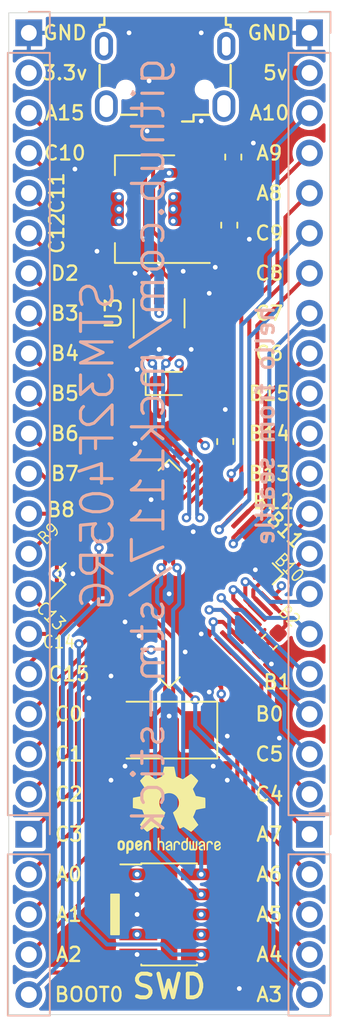
<source format=kicad_pcb>
(kicad_pcb (version 20171130) (host pcbnew "(5.1.5-0-10_14)")
  (layers (0 F.Cu signal) (1 In1.Cu signal hide) (2 In2.Cu signal hide) (31 B.Cu signal) (34 B.Paste user hide) (35 F.Paste user hide) (36 B.SilkS user hide) (37 F.SilkS user hide) (38 B.Mask user hide) (39 F.Mask user hide) (44 Edge.Cuts user))
  (net 0 "")
  (net 1 +3V3)
  (net 2 GND)
  (net 3 /SWCLK)
  (net 4 "Net-(C4-Pad1)")
  (net 5 /SWDIO)
  (net 6 "Net-(C3-Pad1)")
  (net 7 /nRESET)
  (net 8 "Net-(C2-Pad1)")
  (net 9 "Net-(C1-Pad1)")
  (net 10 "Net-(J1-Pad8)")
  (net 11 "Net-(J1-Pad7)")
  (net 12 "Net-(J1-Pad6)")
  (net 13 "Net-(J3-Pad6)")
  (net 14 "Net-(J3-Pad4)")
  (net 15 /USB_D+)
  (net 16 /USB_D-)
  (net 17 PC12)
  (net 18 PC11)
  (net 19 PC10)
  (net 20 PA15)
  (net 21 PB9)
  (net 22 PB8)
  (net 23 PB7)
  (net 24 PB6)
  (net 25 PB5)
  (net 26 PB4)
  (net 27 PB3)
  (net 28 PB15)
  (net 29 PB14)
  (net 30 PB13)
  (net 31 PB12)
  (net 32 PB11)
  (net 33 PB10)
  (net 34 PB2)
  (net 35 PB1)
  (net 36 PB0)
  (net 37 PD2)
  (net 38 PC15)
  (net 39 PC14)
  (net 40 PC13)
  (net 41 PC2)
  (net 42 PC1)
  (net 43 PC0)
  (net 44 PC9)
  (net 45 PC8)
  (net 46 PC7)
  (net 47 PC6)
  (net 48 PC5)
  (net 49 PC4)
  (net 50 PC3)
  (net 51 PA8)
  (net 52 PA9)
  (net 53 PA10)
  (net 54 PA7)
  (net 55 PA6)
  (net 56 PA5)
  (net 57 PA4)
  (net 58 PA3)
  (net 59 PA2)
  (net 60 PA1)
  (net 61 PA0)
  (net 62 "Net-(D1-Pad1)")
  (net 63 BOOT0)
  (net 64 +5V)
  (module via:via-0.6 (layer F.Cu) (at 40.894 79.883)
    (fp_text reference REF** hide)
    (fp_text value via-0.6 hide)
    (pad 1 thru_hole circle (at 0 0) (size 0.6 0.6) (drill 0.3) (layers *.Cu *.Mask) (net 2 GND))
  )
  (module via:via-0.6 (layer F.Cu) (at 40.767 68.326)
    (fp_text reference REF** hide)
    (fp_text value via-0.6 hide)
    (pad 1 thru_hole circle (at 0 0) (size 0.6 0.6) (drill 0.3) (layers *.Cu *.Mask) (net 2 GND))
  )
  (module via:via-0.6 (layer F.Cu) (at 37.338 69.596)
    (fp_text reference REF** hide)
    (fp_text value via-0.6 hide)
    (pad 1 thru_hole circle (at 0 0) (size 0.6 0.6) (drill 0.3) (layers *.Cu *.Mask) (net 2 GND))
  )
  (module via:via-0.6 (layer F.Cu) (at 37.211 63.5)
    (fp_text reference REF** hide)
    (fp_text value via-0.6 hide)
    (pad 1 thru_hole circle (at 0 0) (size 0.6 0.6) (drill 0.3) (layers *.Cu *.Mask) (net 2 GND))
  )
  (module via:via-0.6 (layer F.Cu) (at 40.259 63.373)
    (fp_text reference REF** hide)
    (fp_text value via-0.6 hide)
    (pad 1 thru_hole circle (at 0 0) (size 0.6 0.6) (drill 0.3) (layers *.Cu *.Mask) (net 2 GND))
  )
  (module Package_TO_SOT_SMD:SOT-23-6 (layer F.Cu) (at 38.735 66.04 90)
    (fp_text reference U3 (at 0 -2.9 90) (layer F.SilkS))
    (fp_text value USBLC6-2SC6)
    (pad 5 smd rect (at 1.1 0 90) (size 1.06 0.65) (layers F.Cu F.Paste F.Mask) (net 64 +5V))
    (pad 6 smd rect (at 1.1 -0.95 90) (size 1.06 0.65) (layers F.Cu F.Paste F.Mask) (net 15 /USB_D+))
    (pad 4 smd rect (at 1.1 0.95 90) (size 1.06 0.65) (layers F.Cu F.Paste F.Mask) (net 16 /USB_D-))
    (pad 3 smd rect (at -1.1 0.95 90) (size 1.06 0.65) (layers F.Cu F.Paste F.Mask) (net 16 /USB_D-))
    (pad 2 smd rect (at -1.1 0 90) (size 1.06 0.65) (layers F.Cu F.Paste F.Mask) (net 2 GND))
    (pad 1 smd rect (at -1.1 -0.95 90) (size 1.06 0.65) (layers F.Cu F.Paste F.Mask) (net 15 /USB_D+))
  )
  (module via:via-0.6 (layer F.Cu) (at 46.355 92.964)
    (fp_text reference REF** hide)
    (fp_text value via-0.6 hide)
    (pad 1 thru_hole circle (at 0 0) (size 0.6 0.6) (drill 0.3) (layers *.Cu *.Mask) (net 2 GND))
  )
  (module via:via-0.6 (layer F.Cu) (at 35.687 89.027)
    (fp_text reference REF** hide)
    (fp_text value via-0.6 hide)
    (pad 1 thru_hole circle (at 0 0) (size 0.6 0.6) (drill 0.3) (layers *.Cu *.Mask) (net 2 GND))
  )
  (module via:via-0.6 (layer F.Cu) (at 34.29 90.424)
    (fp_text reference REF** hide)
    (fp_text value via-0.6 hide)
    (pad 1 thru_hole circle (at 0 0) (size 0.6 0.6) (drill 0.3) (layers *.Cu *.Mask) (net 2 GND))
  )
  (module via:via-0.6 (layer F.Cu) (at 41.91 90.043)
    (fp_text reference REF** hide)
    (fp_text value via-0.6 hide)
    (pad 1 thru_hole circle (at 0 0) (size 0.6 0.6) (drill 0.3) (layers *.Cu *.Mask) (net 2 GND))
  )
  (module via:via-0.6 (layer F.Cu) (at 39.37 83.82)
    (fp_text reference REF** hide)
    (fp_text value via-0.6 hide)
    (pad 1 thru_hole circle (at 0 0) (size 0.6 0.6) (drill 0.3) (layers *.Cu *.Mask) (net 2 GND))
  )
  (module via:via-0.6 (layer F.Cu) (at 43.815 108.839)
    (fp_text reference REF** hide)
    (fp_text value via-0.6 hide)
    (pad 1 thru_hole circle (at 0 0) (size 0.6 0.6) (drill 0.3) (layers *.Cu *.Mask) (net 2 GND))
  )
  (module via:via-0.6 (layer F.Cu) (at 43.053 92.837)
    (fp_text reference REF** hide)
    (fp_text value via-0.6 hide)
    (pad 1 thru_hole circle (at 0 0) (size 0.6 0.6) (drill 0.3) (layers *.Cu *.Mask) (net 2 GND))
  )
  (module via:via-0.6 (layer F.Cu) (at 39.37 91.567)
    (fp_text reference REF** hide)
    (fp_text value via-0.6 hide)
    (pad 1 thru_hole circle (at 0 0) (size 0.6 0.6) (drill 0.3) (layers *.Cu *.Mask) (net 2 GND))
  )
  (module via:via-0.6 (layer F.Cu) (at 43.053 95.631)
    (fp_text reference REF** hide)
    (fp_text value via-0.6 hide)
    (pad 1 thru_hole circle (at 0 0) (size 0.6 0.6) (drill 0.3) (layers *.Cu *.Mask) (net 2 GND))
  )
  (module via:via-0.6 (layer F.Cu) (at 42.164 94.742)
    (fp_text reference REF** hide)
    (fp_text value via-0.6 hide)
    (pad 1 thru_hole circle (at 0 0) (size 0.6 0.6) (drill 0.3) (layers *.Cu *.Mask) (net 2 GND))
  )
  (module via:via-0.6 (layer F.Cu) (at 36.576 94.742)
    (fp_text reference REF** hide)
    (fp_text value via-0.6 hide)
    (pad 1 thru_hole circle (at 0 0) (size 0.6 0.6) (drill 0.3) (layers *.Cu *.Mask) (net 2 GND))
  )
  (module via:via-0.6 (layer F.Cu) (at 35.687 95.631)
    (fp_text reference REF** hide)
    (fp_text value via-0.6 hide)
    (pad 1 thru_hole circle (at 0 0) (size 0.6 0.6) (drill 0.3) (layers *.Cu *.Mask) (net 2 GND))
  )
  (module via:via-0.6 (layer F.Cu) (at 44.831 82.296)
    (fp_text reference REF** hide)
    (fp_text value via-0.6 hide)
    (pad 1 thru_hole circle (at 0 0) (size 0.6 0.6) (drill 0.3) (layers *.Cu *.Mask) (net 2 GND))
  )
  (module via:via-0.6 (layer F.Cu) (at 45.847 88.265)
    (fp_text reference REF** hide)
    (fp_text value via-0.6 hide)
    (pad 1 thru_hole circle (at 0 0) (size 0.6 0.6) (drill 0.3) (layers *.Cu *.Mask) (net 2 GND))
  )
  (module via:via-0.6 (layer F.Cu) (at 41.402 86.36)
    (fp_text reference REF** hide)
    (fp_text value via-0.6 hide)
    (pad 1 thru_hole circle (at 0 0) (size 0.6 0.6) (drill 0.3) (layers *.Cu *.Mask) (net 2 GND))
  )
  (module via:via-0.6 (layer F.Cu) (at 40.386 87.503)
    (fp_text reference REF** hide)
    (fp_text value via-0.6 hide)
    (pad 1 thru_hole circle (at 0 0) (size 0.6 0.6) (drill 0.3) (layers *.Cu *.Mask) (net 2 GND))
  )
  (module via:via-0.6 (layer F.Cu) (at 37.465 86.487)
    (fp_text reference REF** hide)
    (fp_text value via-0.6 hide)
    (pad 1 thru_hole circle (at 0 0) (size 0.6 0.6) (drill 0.3) (layers *.Cu *.Mask) (net 2 GND))
  )
  (module via:via-0.6 (layer F.Cu) (at 36.576 85.598)
    (fp_text reference REF** hide)
    (fp_text value via-0.6 hide)
    (pad 1 thru_hole circle (at 0 0) (size 0.6 0.6) (drill 0.3) (layers *.Cu *.Mask) (net 2 GND))
  )
  (module via:via-0.6 (layer F.Cu) (at 33.274 82.55)
    (fp_text reference REF** hide)
    (fp_text value via-0.6 hide)
    (pad 1 thru_hole circle (at 0 0) (size 0.6 0.6) (drill 0.3) (layers *.Cu *.Mask) (net 2 GND))
  )
  (module via:via-0.6 (layer F.Cu) (at 38.227 77.851)
    (fp_text reference REF** hide)
    (fp_text value via-0.6 hide)
    (pad 1 thru_hole circle (at 0 0) (size 0.6 0.6) (drill 0.3) (layers *.Cu *.Mask) (net 2 GND))
  )
  (module via:via-0.6 (layer F.Cu) (at 42.926 72.136)
    (fp_text reference REF** hide)
    (fp_text value via-0.6 hide)
    (pad 1 thru_hole circle (at 0 0) (size 0.6 0.6) (drill 0.3) (layers *.Cu *.Mask) (net 2 GND))
  )
  (module via:via-0.6 (layer F.Cu) (at 39.243 75.692)
    (fp_text reference REF** hide)
    (fp_text value via-0.6 hide)
    (pad 1 thru_hole circle (at 0 0) (size 0.6 0.6) (drill 0.3) (layers *.Cu *.Mask) (net 2 GND))
  )
  (module via:via-0.6 (layer F.Cu) (at 37.211 74.295)
    (fp_text reference REF** hide)
    (fp_text value via-0.6 hide)
    (pad 1 thru_hole circle (at 0 0) (size 0.6 0.6) (drill 0.3) (layers *.Cu *.Mask) (net 2 GND))
  )
  (module via:via-0.6 (layer F.Cu) (at 41.91 64.77)
    (fp_text reference REF** hide)
    (fp_text value via-0.6 hide)
    (pad 1 thru_hole circle (at 0 0) (size 0.6 0.6) (drill 0.3) (layers *.Cu *.Mask) (net 2 GND))
  )
  (module via:via-0.6 (layer F.Cu) (at 38.1 51.308)
    (fp_text reference REF** hide)
    (fp_text value via-0.6 hide)
    (pad 1 thru_hole circle (at 0 0) (size 0.6 0.6) (drill 0.3) (layers *.Cu *.Mask) (net 2 GND))
  )
  (module via:via-0.6 (layer F.Cu) (at 41.402 48.26)
    (fp_text reference REF** hide)
    (fp_text value via-0.6 hide)
    (pad 1 thru_hole circle (at 0 0) (size 0.6 0.6) (drill 0.3) (layers *.Cu *.Mask) (net 2 GND))
  )
  (module via:via-0.6 (layer F.Cu) (at 36.83 48.26)
    (fp_text reference REF** hide)
    (fp_text value via-0.6 hide)
    (pad 1 thru_hole circle (at 0 0) (size 0.6 0.6) (drill 0.3) (layers *.Cu *.Mask) (net 2 GND))
  )
  (module via:via-0.6 (layer F.Cu) (at 33.401 56.896)
    (fp_text reference REF** hide)
    (fp_text value via-0.6 hide)
    (pad 1 thru_hole circle (at 0 0) (size 0.6 0.6) (drill 0.3) (layers *.Cu *.Mask) (net 2 GND))
  )
  (module via:via-0.6 (layer F.Cu) (at 37.973 54.483)
    (fp_text reference REF** hide)
    (fp_text value via-0.6 hide)
    (pad 1 thru_hole circle (at 0 0) (size 0.6 0.6) (drill 0.3) (layers *.Cu *.Mask) (net 2 GND))
  )
  (module via:via-0.6 (layer F.Cu) (at 41.402 53.848)
    (fp_text reference REF** hide)
    (fp_text value via-0.6 hide)
    (pad 1 thru_hole circle (at 0 0) (size 0.6 0.6) (drill 0.3) (layers *.Cu *.Mask) (net 2 GND))
  )
  (module via:via-0.6 (layer F.Cu) (at 44.704 55.245)
    (fp_text reference REF** hide)
    (fp_text value via-0.6 hide)
    (pad 1 thru_hole circle (at 0 0) (size 0.6 0.6) (drill 0.3) (layers *.Cu *.Mask) (net 2 GND))
  )
  (module via:via-0.6 (layer F.Cu) (at 44.45 61.341)
    (fp_text reference REF** hide)
    (fp_text value via-0.6 hide)
    (pad 1 thru_hole circle (at 0 0) (size 0.6 0.6) (drill 0.3) (layers *.Cu *.Mask) (net 2 GND))
  )
  (module via:via-0.6 (layer F.Cu) (at 42.291 63.119)
    (fp_text reference REF** hide)
    (fp_text value via-0.6 hide)
    (pad 1 thru_hole circle (at 0 0) (size 0.6 0.6) (drill 0.3) (layers *.Cu *.Mask) (net 2 GND))
  )
  (module via:via-0.6 (layer F.Cu) (at 34.798 62.103)
    (fp_text reference REF** hide)
    (fp_text value via-0.6 hide)
    (pad 1 thru_hole circle (at 0 0) (size 0.6 0.6) (drill 0.3) (layers *.Cu *.Mask) (net 2 GND))
  )
  (module Symbol:OSHW-Logo2_7.3x6mm_SilkScreen (layer F.Cu) (at 39.37 97.536)
    (fp_text reference REF** hide)
    (fp_text value OSHW-Logo2_7.3x6mm_SilkScreen hide)
  )
  (module Resistor_SMD:R_0402_1005Metric (layer F.Cu) (at 33.909 107.823)
    (fp_text reference R2 hide)
    (fp_text value 10k hide)
    (pad 2 smd roundrect (at 0.485 0) (size 0.59 0.64) (layers F.Cu F.Paste F.Mask) (net 2 GND))
    (pad 1 smd roundrect (at -0.485 0) (size 0.59 0.64) (layers F.Cu F.Paste F.Mask) (net 63 BOOT0))
  )
  (module Connector_PinHeader_2.54mm:PinHeader_1x05_P2.54mm_Vertical (layer B.Cu) (at 48.26 99.06 180)
    (fp_text reference J6 hide)
    (fp_text value Conn_01x05 hide)
    (pad 5 thru_hole oval (at 0 -10.16 180) (size 1.7 1.7) (drill 1) (layers *.Cu *.Mask) (net 58 PA3))
    (pad 4 thru_hole oval (at 0 -7.62 180) (size 1.7 1.7) (drill 1) (layers *.Cu *.Mask) (net 57 PA4))
    (pad 3 thru_hole oval (at 0 -5.08 180) (size 1.7 1.7) (drill 1) (layers *.Cu *.Mask) (net 56 PA5))
    (pad 2 thru_hole oval (at 0 -2.54 180) (size 1.7 1.7) (drill 1) (layers *.Cu *.Mask) (net 55 PA6))
    (pad 1 thru_hole rect (at 0 0 180) (size 1.7 1.7) (drill 1) (layers *.Cu *.Mask) (net 54 PA7))
  )
  (module Connector_PinHeader_2.54mm:PinHeader_1x05_P2.54mm_Vertical (layer B.Cu) (at 30.48 99.06 180)
    (fp_text reference J5 hide)
    (fp_text value Conn_01x05 hide)
    (pad 5 thru_hole oval (at 0 -10.16 180) (size 1.7 1.7) (drill 1) (layers *.Cu *.Mask) (net 63 BOOT0))
    (pad 4 thru_hole oval (at 0 -7.62 180) (size 1.7 1.7) (drill 1) (layers *.Cu *.Mask) (net 59 PA2))
    (pad 3 thru_hole oval (at 0 -5.08 180) (size 1.7 1.7) (drill 1) (layers *.Cu *.Mask) (net 60 PA1))
    (pad 2 thru_hole oval (at 0 -2.54 180) (size 1.7 1.7) (drill 1) (layers *.Cu *.Mask) (net 61 PA0))
    (pad 1 thru_hole rect (at 0 0 180) (size 1.7 1.7) (drill 1) (layers *.Cu *.Mask) (net 50 PC3))
  )
  (module Crystal:Crystal_SMD_5032-2Pin_5.0x3.2mm (layer F.Cu) (at 39.37 92.456 180)
    (fp_text reference Y1 hide)
    (fp_text value 8MHz hide)
    (pad 2 smd rect (at 1.85 0 180) (size 2 2.4) (layers F.Cu F.Paste F.Mask) (net 8 "Net-(C2-Pad1)"))
    (pad 1 smd rect (at -1.85 0 180) (size 2 2.4) (layers F.Cu F.Paste F.Mask) (net 9 "Net-(C1-Pad1)"))
  )
  (module Connector_USB:USB_Micro-B_Wuerth_629105150521 (layer F.Cu) (at 39.116 51.054 180)
    (fp_text reference J3 hide)
    (fp_text value 629105150521 hide)
    (pad 1 smd rect (at -1.3 -1.9 180) (size 0.45 1.3) (layers F.Cu F.Paste F.Mask) (net 64 +5V))
    (pad 2 smd rect (at -0.65 -1.9 180) (size 0.45 1.3) (layers F.Cu F.Paste F.Mask) (net 16 /USB_D-))
    (pad 3 smd rect (at 0 -1.9 180) (size 0.45 1.3) (layers F.Cu F.Paste F.Mask) (net 15 /USB_D+))
    (pad 4 smd rect (at 0.65 -1.9 180) (size 0.45 1.3) (layers F.Cu F.Paste F.Mask) (net 14 "Net-(J3-Pad4)"))
    (pad 5 smd rect (at 1.3 -1.9 180) (size 0.45 1.3) (layers F.Cu F.Paste F.Mask) (net 2 GND))
    (pad 6 thru_hole oval (at -3.725 -1.85 180) (size 1.45 2) (drill oval 0.85 1.4) (layers *.Cu *.Mask) (net 13 "Net-(J3-Pad6)"))
    (pad 6 thru_hole oval (at 3.725 -1.85 180) (size 1.45 2) (drill oval 0.85 1.4) (layers *.Cu *.Mask) (net 13 "Net-(J3-Pad6)"))
    (pad 6 thru_hole oval (at -3.875 1.95 180) (size 1.15 1.8) (drill oval 0.55 1.2) (layers *.Cu *.Mask) (net 13 "Net-(J3-Pad6)"))
    (pad 6 thru_hole oval (at 3.875 1.95 180) (size 1.15 1.8) (drill oval 0.55 1.2) (layers *.Cu *.Mask) (net 13 "Net-(J3-Pad6)"))
    (pad "" np_thru_hole oval (at -2.5 -0.8 180) (size 0.8 0.8) (drill 0.8) (layers *.Cu *.Mask))
    (pad "" np_thru_hole oval (at 2.5 -0.8 180) (size 0.8 0.8) (drill 0.8) (layers *.Cu *.Mask))
  )
  (module Capacitor_SMD:C_0402_1005Metric (layer F.Cu) (at 43.053 91.44 270)
    (fp_text reference C9 hide)
    (fp_text value 100n hide)
    (pad 2 smd roundrect (at 0.485 0 270) (size 0.59 0.64) (layers F.Cu F.Paste F.Mask) (net 2 GND))
    (pad 1 smd roundrect (at -0.485 0 270) (size 0.59 0.64) (layers F.Cu F.Paste F.Mask) (net 1 +3V3))
  )
  (module Capacitor_SMD:C_0402_1005Metric (layer F.Cu) (at 40.386 74.422 225)
    (fp_text reference C8 hide)
    (fp_text value 100n hide)
    (pad 2 smd roundrect (at 0.485 0 225) (size 0.59 0.64) (layers F.Cu F.Paste F.Mask) (net 2 GND))
    (pad 1 smd roundrect (at -0.485 0 225) (size 0.59 0.64) (layers F.Cu F.Paste F.Mask) (net 1 +3V3))
  )
  (module Resistor_SMD:R_0402_1005Metric (layer F.Cu) (at 39.37 72.39 180)
    (fp_text reference R1 hide)
    (fp_text value 330 hide)
    (pad 2 smd roundrect (at 0.485 0 180) (size 0.59 0.64) (layers F.Cu F.Paste F.Mask) (net 62 "Net-(D1-Pad1)"))
    (pad 1 smd roundrect (at -0.485 0 180) (size 0.59 0.64) (layers F.Cu F.Paste F.Mask) (net 2 GND))
  )
  (module LED_SMD:LED_0603_1608Metric (layer F.Cu) (at 39.37 70.485)
    (fp_text reference D1 hide)
    (fp_text value LED hide)
    (pad 2 smd roundrect (at 0.7875 0) (size 0.875 0.95) (layers F.Cu F.Paste F.Mask) (net 1 +3V3))
    (pad 1 smd roundrect (at -0.7875 0) (size 0.875 0.95) (layers F.Cu F.Paste F.Mask) (net 62 "Net-(D1-Pad1)"))
  )
  (module Connector_PinHeader_2.54mm:PinHeader_1x20_P2.54mm_Vertical (layer B.Cu) (at 48.26 48.26 180)
    (fp_text reference J4 hide)
    (fp_text value Conn_01x20 hide)
    (pad 20 thru_hole oval (at 0 -48.26 180) (size 1.7 1.7) (drill 1) (layers *.Cu *.Mask) (net 49 PC4))
    (pad 19 thru_hole oval (at 0 -45.72 180) (size 1.7 1.7) (drill 1) (layers *.Cu *.Mask) (net 48 PC5))
    (pad 18 thru_hole oval (at 0 -43.18 180) (size 1.7 1.7) (drill 1) (layers *.Cu *.Mask) (net 36 PB0))
    (pad 17 thru_hole oval (at 0 -40.64 180) (size 1.7 1.7) (drill 1) (layers *.Cu *.Mask) (net 35 PB1))
    (pad 16 thru_hole oval (at 0 -38.1 180) (size 1.7 1.7) (drill 1) (layers *.Cu *.Mask) (net 34 PB2))
    (pad 15 thru_hole oval (at 0 -35.56 180) (size 1.7 1.7) (drill 1) (layers *.Cu *.Mask) (net 33 PB10))
    (pad 14 thru_hole oval (at 0 -33.02 180) (size 1.7 1.7) (drill 1) (layers *.Cu *.Mask) (net 32 PB11))
    (pad 13 thru_hole oval (at 0 -30.48 180) (size 1.7 1.7) (drill 1) (layers *.Cu *.Mask) (net 31 PB12))
    (pad 12 thru_hole oval (at 0 -27.94 180) (size 1.7 1.7) (drill 1) (layers *.Cu *.Mask) (net 30 PB13))
    (pad 11 thru_hole oval (at 0 -25.4 180) (size 1.7 1.7) (drill 1) (layers *.Cu *.Mask) (net 29 PB14))
    (pad 10 thru_hole oval (at 0 -22.86 180) (size 1.7 1.7) (drill 1) (layers *.Cu *.Mask) (net 28 PB15))
    (pad 9 thru_hole oval (at 0 -20.32 180) (size 1.7 1.7) (drill 1) (layers *.Cu *.Mask) (net 47 PC6))
    (pad 8 thru_hole oval (at 0 -17.78 180) (size 1.7 1.7) (drill 1) (layers *.Cu *.Mask) (net 46 PC7))
    (pad 7 thru_hole oval (at 0 -15.24 180) (size 1.7 1.7) (drill 1) (layers *.Cu *.Mask) (net 45 PC8))
    (pad 6 thru_hole oval (at 0 -12.7 180) (size 1.7 1.7) (drill 1) (layers *.Cu *.Mask) (net 44 PC9))
    (pad 5 thru_hole oval (at 0 -10.16 180) (size 1.7 1.7) (drill 1) (layers *.Cu *.Mask) (net 51 PA8))
    (pad 4 thru_hole oval (at 0 -7.62 180) (size 1.7 1.7) (drill 1) (layers *.Cu *.Mask) (net 52 PA9))
    (pad 3 thru_hole oval (at 0 -5.08 180) (size 1.7 1.7) (drill 1) (layers *.Cu *.Mask) (net 53 PA10))
    (pad 2 thru_hole oval (at 0 -2.54 180) (size 1.7 1.7) (drill 1) (layers *.Cu *.Mask) (net 64 +5V))
    (pad 1 thru_hole rect (at 0 0 180) (size 1.7 1.7) (drill 1) (layers *.Cu *.Mask) (net 2 GND))
  )
  (module Package_TO_SOT_SMD:SOT-223-3_TabPin2 (layer F.Cu) (at 37.846 59.436 180)
    (fp_text reference U2 hide)
    (fp_text value AMS1117-3.3 hide)
    (pad 1 smd rect (at -3.15 -2.3 180) (size 2 1.5) (layers F.Cu F.Paste F.Mask) (net 2 GND))
    (pad 3 smd rect (at -3.15 2.3 180) (size 2 1.5) (layers F.Cu F.Paste F.Mask) (net 64 +5V))
    (pad 2 smd rect (at -3.15 0 180) (size 2 1.5) (layers F.Cu F.Paste F.Mask) (net 1 +3V3))
    (pad 2 smd rect (at 3.15 0 180) (size 2 3.8) (layers F.Cu F.Paste F.Mask) (net 1 +3V3))
  )
  (module Connector_PinHeader_2.54mm:PinHeader_1x20_P2.54mm_Vertical (layer B.Cu) (at 30.48 48.26 180)
    (fp_text reference J2 hide)
    (fp_text value Conn_01x20 hide)
    (pad 20 thru_hole oval (at 0 -48.26 180) (size 1.7 1.7) (drill 1) (layers *.Cu *.Mask) (net 41 PC2))
    (pad 19 thru_hole oval (at 0 -45.72 180) (size 1.7 1.7) (drill 1) (layers *.Cu *.Mask) (net 42 PC1))
    (pad 18 thru_hole oval (at 0 -43.18 180) (size 1.7 1.7) (drill 1) (layers *.Cu *.Mask) (net 43 PC0))
    (pad 17 thru_hole oval (at 0 -40.64 180) (size 1.7 1.7) (drill 1) (layers *.Cu *.Mask) (net 38 PC15))
    (pad 16 thru_hole oval (at 0 -38.1 180) (size 1.7 1.7) (drill 1) (layers *.Cu *.Mask) (net 39 PC14))
    (pad 15 thru_hole oval (at 0 -35.56 180) (size 1.7 1.7) (drill 1) (layers *.Cu *.Mask) (net 40 PC13))
    (pad 14 thru_hole oval (at 0 -33.02 180) (size 1.7 1.7) (drill 1) (layers *.Cu *.Mask) (net 21 PB9))
    (pad 13 thru_hole oval (at 0 -30.48 180) (size 1.7 1.7) (drill 1) (layers *.Cu *.Mask) (net 22 PB8))
    (pad 12 thru_hole oval (at 0 -27.94 180) (size 1.7 1.7) (drill 1) (layers *.Cu *.Mask) (net 23 PB7))
    (pad 11 thru_hole oval (at 0 -25.4 180) (size 1.7 1.7) (drill 1) (layers *.Cu *.Mask) (net 24 PB6))
    (pad 10 thru_hole oval (at 0 -22.86 180) (size 1.7 1.7) (drill 1) (layers *.Cu *.Mask) (net 25 PB5))
    (pad 9 thru_hole oval (at 0 -20.32 180) (size 1.7 1.7) (drill 1) (layers *.Cu *.Mask) (net 26 PB4))
    (pad 8 thru_hole oval (at 0 -17.78 180) (size 1.7 1.7) (drill 1) (layers *.Cu *.Mask) (net 27 PB3))
    (pad 7 thru_hole oval (at 0 -15.24 180) (size 1.7 1.7) (drill 1) (layers *.Cu *.Mask) (net 37 PD2))
    (pad 6 thru_hole oval (at 0 -12.7 180) (size 1.7 1.7) (drill 1) (layers *.Cu *.Mask) (net 17 PC12))
    (pad 5 thru_hole oval (at 0 -10.16 180) (size 1.7 1.7) (drill 1) (layers *.Cu *.Mask) (net 18 PC11))
    (pad 4 thru_hole oval (at 0 -7.62 180) (size 1.7 1.7) (drill 1) (layers *.Cu *.Mask) (net 19 PC10))
    (pad 3 thru_hole oval (at 0 -5.08 180) (size 1.7 1.7) (drill 1) (layers *.Cu *.Mask) (net 20 PA15))
    (pad 2 thru_hole oval (at 0 -2.54 180) (size 1.7 1.7) (drill 1) (layers *.Cu *.Mask) (net 1 +3V3))
    (pad 1 thru_hole rect (at 0 0 180) (size 1.7 1.7) (drill 1) (layers *.Cu *.Mask) (net 2 GND))
  )
  (module Capacitor_SMD:C_0603_1608Metric (layer F.Cu) (at 43.18 60.452 270)
    (fp_text reference C7 hide)
    (fp_text value 4.7u hide)
    (pad 2 smd roundrect (at 0.7875 0 270) (size 0.875 0.95) (layers F.Cu F.Paste F.Mask) (net 2 GND))
    (pad 1 smd roundrect (at -0.7875 0 270) (size 0.875 0.95) (layers F.Cu F.Paste F.Mask) (net 1 +3V3))
  )
  (module Capacitor_SMD:C_0402_1005Metric (layer F.Cu) (at 41.633 55.118)
    (fp_text reference C6 hide)
    (fp_text value 100n hide)
    (pad 2 smd roundrect (at 0.485 0) (size 0.59 0.64) (layers F.Cu F.Paste F.Mask) (net 2 GND))
    (pad 1 smd roundrect (at -0.485 0) (size 0.59 0.64) (layers F.Cu F.Paste F.Mask) (net 64 +5V))
  )
  (module Capacitor_SMD:C_0603_1608Metric (layer F.Cu) (at 43.434 56.134 90)
    (fp_text reference C5 hide)
    (fp_text value 10u hide)
    (pad 2 smd roundrect (at 0.7875 0 90) (size 0.875 0.95) (layers F.Cu F.Paste F.Mask) (net 2 GND))
    (pad 1 smd roundrect (at -0.7875 0 90) (size 0.875 0.95) (layers F.Cu F.Paste F.Mask) (net 64 +5V))
  )
  (module Connector_PinHeader_1.27mm:PinHeader_2x05_P1.27mm_Vertical_SMD (layer F.Cu) (at 39.37 104.14)
    (fp_text reference J1 hide)
    (fp_text value FTSH-105-01-F-DV-007-K hide)
    (pad 10 smd rect (at 1.95 2.54) (size 2.4 0.74) (layers F.Cu F.Paste F.Mask) (net 7 /nRESET))
    (pad 9 smd rect (at -1.95 2.54) (size 2.4 0.74) (layers F.Cu F.Paste F.Mask) (net 2 GND))
    (pad 8 smd rect (at 1.95 1.27) (size 2.4 0.74) (layers F.Cu F.Paste F.Mask) (net 10 "Net-(J1-Pad8)"))
    (pad 7 smd rect (at -1.95 1.27) (size 2.4 0.74) (layers F.Cu F.Paste F.Mask) (net 11 "Net-(J1-Pad7)"))
    (pad 6 smd rect (at 1.95 0) (size 2.4 0.74) (layers F.Cu F.Paste F.Mask) (net 12 "Net-(J1-Pad6)"))
    (pad 5 smd rect (at -1.95 0) (size 2.4 0.74) (layers F.Cu F.Paste F.Mask) (net 2 GND))
    (pad 4 smd rect (at 1.95 -1.27) (size 2.4 0.74) (layers F.Cu F.Paste F.Mask) (net 3 /SWCLK))
    (pad 3 smd rect (at -1.95 -1.27) (size 2.4 0.74) (layers F.Cu F.Paste F.Mask) (net 2 GND))
    (pad 2 smd rect (at 1.95 -2.54) (size 2.4 0.74) (layers F.Cu F.Paste F.Mask) (net 5 /SWDIO))
    (pad 1 smd rect (at -1.95 -2.54) (size 2.4 0.74) (layers F.Cu F.Paste F.Mask) (net 1 +3V3))
  )
  (module Capacitor_SMD:C_0603_1608Metric (layer F.Cu) (at 42.926 74.168 90)
    (fp_text reference C4 hide)
    (fp_text value 2.2u hide)
    (pad 2 smd roundrect (at 0.7875 0 90) (size 0.875 0.95) (layers F.Cu F.Paste F.Mask) (net 2 GND))
    (pad 1 smd roundrect (at -0.7875 0 90) (size 0.875 0.95) (layers F.Cu F.Paste F.Mask) (net 4 "Net-(C4-Pad1)"))
  )
  (module Capacitor_SMD:C_0603_1608Metric (layer F.Cu) (at 45.72 86.868 225)
    (fp_text reference C3 hide)
    (fp_text value 2.2u hide)
    (pad 2 smd roundrect (at 0.7875 0 225) (size 0.875 0.95) (layers F.Cu F.Paste F.Mask) (net 2 GND))
    (pad 1 smd roundrect (at -0.7875 0 225) (size 0.875 0.95) (layers F.Cu F.Paste F.Mask) (net 6 "Net-(C3-Pad1)"))
  )
  (module Capacitor_SMD:C_0402_1005Metric (layer F.Cu) (at 35.687 94.234 270)
    (fp_text reference C2 hide)
    (fp_text value 8p hide)
    (pad 1 smd roundrect (at -0.485 0 270) (size 0.59 0.64) (layers F.Cu F.Paste F.Mask) (net 8 "Net-(C2-Pad1)"))
    (pad 2 smd roundrect (at 0.485 0 270) (size 0.59 0.64) (layers F.Cu F.Paste F.Mask) (net 2 GND))
  )
  (module Capacitor_SMD:C_0402_1005Metric (layer F.Cu) (at 43.053 94.234 270)
    (fp_text reference C1 hide)
    (fp_text value 8p hide)
    (pad 1 smd roundrect (at -0.485 0 270) (size 0.59 0.64) (layers F.Cu F.Paste F.Mask) (net 9 "Net-(C1-Pad1)"))
    (pad 2 smd roundrect (at 0.485 0 270) (size 0.59 0.64) (layers F.Cu F.Paste F.Mask) (net 2 GND))
  )
  (module Package_QFP:LQFP-64_10x10mm_P0.5mm (layer F.Cu) (at 39.37 82.55 45)
    (fp_text reference U1 hide)
    (fp_text value STM32F405RGTx hide)
    (pad 64 smd roundrect (at -3.75 -5.675 45) (size 0.3 1.55) (layers F.Cu F.Paste F.Mask) (net 1 +3V3))
    (pad 63 smd roundrect (at -3.25 -5.675 45) (size 0.3 1.55) (layers F.Cu F.Paste F.Mask) (net 2 GND))
    (pad 62 smd roundrect (at -2.75 -5.675 45) (size 0.3 1.55) (layers F.Cu F.Paste F.Mask) (net 21 PB9))
    (pad 61 smd roundrect (at -2.25 -5.675 45) (size 0.3 1.55) (layers F.Cu F.Paste F.Mask) (net 22 PB8))
    (pad 60 smd roundrect (at -1.75 -5.675 45) (size 0.3 1.55) (layers F.Cu F.Paste F.Mask) (net 63 BOOT0))
    (pad 59 smd roundrect (at -1.25 -5.675 45) (size 0.3 1.55) (layers F.Cu F.Paste F.Mask) (net 23 PB7))
    (pad 58 smd roundrect (at -0.75 -5.675 45) (size 0.3 1.55) (layers F.Cu F.Paste F.Mask) (net 24 PB6))
    (pad 57 smd roundrect (at -0.25 -5.675 45) (size 0.3 1.55) (layers F.Cu F.Paste F.Mask) (net 25 PB5))
    (pad 56 smd roundrect (at 0.25 -5.675 45) (size 0.3 1.55) (layers F.Cu F.Paste F.Mask) (net 26 PB4))
    (pad 55 smd roundrect (at 0.75 -5.675 45) (size 0.3 1.55) (layers F.Cu F.Paste F.Mask) (net 27 PB3))
    (pad 54 smd roundrect (at 1.25 -5.675 45) (size 0.3 1.55) (layers F.Cu F.Paste F.Mask) (net 37 PD2))
    (pad 53 smd roundrect (at 1.75 -5.675 45) (size 0.3 1.55) (layers F.Cu F.Paste F.Mask) (net 17 PC12))
    (pad 52 smd roundrect (at 2.25 -5.675 45) (size 0.3 1.55) (layers F.Cu F.Paste F.Mask) (net 18 PC11))
    (pad 51 smd roundrect (at 2.75 -5.675 45) (size 0.3 1.55) (layers F.Cu F.Paste F.Mask) (net 19 PC10))
    (pad 50 smd roundrect (at 3.25 -5.675 45) (size 0.3 1.55) (layers F.Cu F.Paste F.Mask) (net 20 PA15))
    (pad 49 smd roundrect (at 3.75 -5.675 45) (size 0.3 1.55) (layers F.Cu F.Paste F.Mask) (net 3 /SWCLK))
    (pad 48 smd roundrect (at 5.675 -3.75 45) (size 1.55 0.3) (layers F.Cu F.Paste F.Mask) (net 1 +3V3))
    (pad 47 smd roundrect (at 5.675 -3.25 45) (size 1.55 0.3) (layers F.Cu F.Paste F.Mask) (net 4 "Net-(C4-Pad1)"))
    (pad 46 smd roundrect (at 5.675 -2.75 45) (size 1.55 0.3) (layers F.Cu F.Paste F.Mask) (net 5 /SWDIO))
    (pad 45 smd roundrect (at 5.675 -2.25 45) (size 1.55 0.3) (layers F.Cu F.Paste F.Mask) (net 15 /USB_D+))
    (pad 44 smd roundrect (at 5.675 -1.75 45) (size 1.55 0.3) (layers F.Cu F.Paste F.Mask) (net 16 /USB_D-))
    (pad 43 smd roundrect (at 5.675 -1.25 45) (size 1.55 0.3) (layers F.Cu F.Paste F.Mask) (net 53 PA10))
    (pad 42 smd roundrect (at 5.675 -0.75 45) (size 1.55 0.3) (layers F.Cu F.Paste F.Mask) (net 52 PA9))
    (pad 41 smd roundrect (at 5.675 -0.25 45) (size 1.55 0.3) (layers F.Cu F.Paste F.Mask) (net 51 PA8))
    (pad 40 smd roundrect (at 5.675 0.25 45) (size 1.55 0.3) (layers F.Cu F.Paste F.Mask) (net 44 PC9))
    (pad 39 smd roundrect (at 5.675 0.75 45) (size 1.55 0.3) (layers F.Cu F.Paste F.Mask) (net 45 PC8))
    (pad 38 smd roundrect (at 5.675 1.25 45) (size 1.55 0.3) (layers F.Cu F.Paste F.Mask) (net 46 PC7))
    (pad 37 smd roundrect (at 5.675 1.75 45) (size 1.55 0.3) (layers F.Cu F.Paste F.Mask) (net 47 PC6))
    (pad 36 smd roundrect (at 5.675 2.25 45) (size 1.55 0.3) (layers F.Cu F.Paste F.Mask) (net 28 PB15))
    (pad 35 smd roundrect (at 5.675 2.75 45) (size 1.55 0.3) (layers F.Cu F.Paste F.Mask) (net 29 PB14))
    (pad 34 smd roundrect (at 5.675 3.25 45) (size 1.55 0.3) (layers F.Cu F.Paste F.Mask) (net 30 PB13))
    (pad 33 smd roundrect (at 5.675 3.75 45) (size 1.55 0.3) (layers F.Cu F.Paste F.Mask) (net 31 PB12))
    (pad 32 smd roundrect (at 3.75 5.675 45) (size 0.3 1.55) (layers F.Cu F.Paste F.Mask) (net 1 +3V3))
    (pad 31 smd roundrect (at 3.25 5.675 45) (size 0.3 1.55) (layers F.Cu F.Paste F.Mask) (net 6 "Net-(C3-Pad1)"))
    (pad 30 smd roundrect (at 2.75 5.675 45) (size 0.3 1.55) (layers F.Cu F.Paste F.Mask) (net 32 PB11))
    (pad 29 smd roundrect (at 2.25 5.675 45) (size 0.3 1.55) (layers F.Cu F.Paste F.Mask) (net 33 PB10))
    (pad 28 smd roundrect (at 1.75 5.675 45) (size 0.3 1.55) (layers F.Cu F.Paste F.Mask) (net 34 PB2))
    (pad 27 smd roundrect (at 1.25 5.675 45) (size 0.3 1.55) (layers F.Cu F.Paste F.Mask) (net 35 PB1))
    (pad 26 smd roundrect (at 0.75 5.675 45) (size 0.3 1.55) (layers F.Cu F.Paste F.Mask) (net 36 PB0))
    (pad 25 smd roundrect (at 0.25 5.675 45) (size 0.3 1.55) (layers F.Cu F.Paste F.Mask) (net 48 PC5))
    (pad 24 smd roundrect (at -0.25 5.675 45) (size 0.3 1.55) (layers F.Cu F.Paste F.Mask) (net 49 PC4))
    (pad 23 smd roundrect (at -0.75 5.675 45) (size 0.3 1.55) (layers F.Cu F.Paste F.Mask) (net 54 PA7))
    (pad 22 smd roundrect (at -1.25 5.675 45) (size 0.3 1.55) (layers F.Cu F.Paste F.Mask) (net 55 PA6))
    (pad 21 smd roundrect (at -1.75 5.675 45) (size 0.3 1.55) (layers F.Cu F.Paste F.Mask) (net 56 PA5))
    (pad 20 smd roundrect (at -2.25 5.675 45) (size 0.3 1.55) (layers F.Cu F.Paste F.Mask) (net 57 PA4))
    (pad 19 smd roundrect (at -2.75 5.675 45) (size 0.3 1.55) (layers F.Cu F.Paste F.Mask) (net 1 +3V3))
    (pad 18 smd roundrect (at -3.25 5.675 45) (size 0.3 1.55) (layers F.Cu F.Paste F.Mask) (net 2 GND))
    (pad 17 smd roundrect (at -3.75 5.675 45) (size 0.3 1.55) (layers F.Cu F.Paste F.Mask) (net 58 PA3))
    (pad 16 smd roundrect (at -5.675 3.75 45) (size 1.55 0.3) (layers F.Cu F.Paste F.Mask) (net 59 PA2))
    (pad 15 smd roundrect (at -5.675 3.25 45) (size 1.55 0.3) (layers F.Cu F.Paste F.Mask) (net 60 PA1))
    (pad 14 smd roundrect (at -5.675 2.75 45) (size 1.55 0.3) (layers F.Cu F.Paste F.Mask) (net 61 PA0))
    (pad 13 smd roundrect (at -5.675 2.25 45) (size 1.55 0.3) (layers F.Cu F.Paste F.Mask) (net 1 +3V3))
    (pad 12 smd roundrect (at -5.675 1.75 45) (size 1.55 0.3) (layers F.Cu F.Paste F.Mask) (net 2 GND))
    (pad 11 smd roundrect (at -5.675 1.25 45) (size 1.55 0.3) (layers F.Cu F.Paste F.Mask) (net 50 PC3))
    (pad 10 smd roundrect (at -5.675 0.75 45) (size 1.55 0.3) (layers F.Cu F.Paste F.Mask) (net 41 PC2))
    (pad 9 smd roundrect (at -5.675 0.25 45) (size 1.55 0.3) (layers F.Cu F.Paste F.Mask) (net 42 PC1))
    (pad 8 smd roundrect (at -5.675 -0.25 45) (size 1.55 0.3) (layers F.Cu F.Paste F.Mask) (net 43 PC0))
    (pad 7 smd roundrect (at -5.675 -0.75 45) (size 1.55 0.3) (layers F.Cu F.Paste F.Mask) (net 7 /nRESET))
    (pad 6 smd roundrect (at -5.675 -1.25 45) (size 1.55 0.3) (layers F.Cu F.Paste F.Mask) (net 8 "Net-(C2-Pad1)"))
    (pad 5 smd roundrect (at -5.675 -1.75 45) (size 1.55 0.3) (layers F.Cu F.Paste F.Mask) (net 9 "Net-(C1-Pad1)"))
    (pad 4 smd roundrect (at -5.675 -2.25 45) (size 1.55 0.3) (layers F.Cu F.Paste F.Mask) (net 38 PC15))
    (pad 3 smd roundrect (at -5.675 -2.75 45) (size 1.55 0.3) (layers F.Cu F.Paste F.Mask) (net 39 PC14))
    (pad 2 smd roundrect (at -5.675 -3.25 45) (size 1.55 0.3) (layers F.Cu F.Paste F.Mask) (net 40 PC13))
    (pad 1 smd roundrect (at -5.675 -3.75 45) (size 1.55 0.3) (layers F.Cu F.Paste F.Mask) (net 1 +3V3))
  )
  (gr_text "hello from seattle" (at 45.466 73.152 90) (layer B.SilkS) (effects (font (size 1.1 1.1) (thickness 0.2)) (justify mirror)))
  (gr_text SWD (at 39.37 108.712) (layer F.SilkS) (effects (font (size 1.5 1.5) (thickness 0.25))))
  (gr_text BOOT0 (at 34.29 109.22) (layer F.SilkS) (effects (font (size 0.9 0.9))))
  (gr_text A3 (at 45.72 109.22) (layer F.SilkS) (effects (font (size 0.9 0.9))))
  (gr_text B9 (at 31.75 80.01 45) (layer F.SilkS) (effects (font (size 0.8 0.7) (thickness 0.09))))
  (gr_text B10 (at 46.99 82.169 315) (layer F.SilkS) (effects (font (size 0.8 0.7) (thickness 0.1))))
  (gr_poly (pts (xy 36.195 105.41) (xy 35.687 105.41) (xy 35.687 102.87) (xy 36.195 102.87)) (layer F.SilkS) (width 0.1))
  (gr_text "STM32F405RG\ngithub.com/mck1117/stm-stick" (at 36.449 74.422 90) (layer B.SilkS) (effects (font (size 2 2) (thickness 0.2)) (justify mirror)))
  (gr_text C13 (at 31.877 85.217 315) (layer F.SilkS) (effects (font (size 0.8 0.7) (thickness 0.1))))
  (gr_text B2 (at 46.99 85.217 315) (layer F.SilkS) (effects (font (size 0.8 0.7) (thickness 0.1))))
  (gr_text B11 (at 46.736 79.756 315) (layer F.SilkS) (effects (font (size 0.9 0.9))))
  (gr_text C14 (at 32.385 86.868) (layer F.SilkS) (effects (font (size 0.8 0.7) (thickness 0.1))))
  (gr_text B8 (at 32.512 78.486) (layer F.SilkS) (effects (font (size 0.9 0.9))))
  (gr_text GND (at 45.72 48.26) (layer F.SilkS) (effects (font (size 0.9 0.9))))
  (gr_text 5v (at 46.101 50.8) (layer F.SilkS) (effects (font (size 0.9 0.9))))
  (gr_text A10 (at 45.72 53.34) (layer F.SilkS) (effects (font (size 0.9 0.9))))
  (gr_text A9 (at 45.72 55.88) (layer F.SilkS) (effects (font (size 0.9 0.9))))
  (gr_text A8 (at 45.72 58.42) (layer F.SilkS) (effects (font (size 0.9 0.9))))
  (gr_text C9 (at 45.72 60.96) (layer F.SilkS) (effects (font (size 0.9 0.9))))
  (gr_text C8 (at 45.72 63.5) (layer F.SilkS) (effects (font (size 0.9 0.9))))
  (gr_text C7 (at 45.72 66.04) (layer F.SilkS) (effects (font (size 0.9 0.9))))
  (gr_text C6 (at 45.72 68.58) (layer F.SilkS) (effects (font (size 0.9 0.9))))
  (gr_text B15 (at 45.72 71.12) (layer F.SilkS) (effects (font (size 0.9 0.9))))
  (gr_text B14 (at 45.72 73.66) (layer F.SilkS) (effects (font (size 0.9 0.9))))
  (gr_text B13 (at 45.72 76.2) (layer F.SilkS) (effects (font (size 0.9 0.9))))
  (gr_text B12 (at 45.974 77.978) (layer F.SilkS) (effects (font (size 0.9 0.9))))
  (gr_text B1 (at 46.228 89.408) (layer F.SilkS) (effects (font (size 0.9 0.9))))
  (gr_text B0 (at 45.72 91.44) (layer F.SilkS) (effects (font (size 0.9 0.9))))
  (gr_text C5 (at 45.72 93.98) (layer F.SilkS) (effects (font (size 0.9 0.9))))
  (gr_text A4 (at 45.72 106.68) (layer F.SilkS) (effects (font (size 0.9 0.9))))
  (gr_text A5 (at 45.72 104.14) (layer F.SilkS) (effects (font (size 0.9 0.9))))
  (gr_text A6 (at 45.72 101.6) (layer F.SilkS) (effects (font (size 0.9 0.9))))
  (gr_text A7 (at 45.72 99.06) (layer F.SilkS) (effects (font (size 0.9 0.9))))
  (gr_text C4 (at 45.72 96.52) (layer F.SilkS) (effects (font (size 0.9 0.9))))
  (gr_text A2 (at 33.02 106.68) (layer F.SilkS) (effects (font (size 0.9 0.9))))
  (gr_text A1 (at 33.02 104.14) (layer F.SilkS) (effects (font (size 0.9 0.9))))
  (gr_text A0 (at 33.02 101.6) (layer F.SilkS) (effects (font (size 0.9 0.9))))
  (gr_text C3 (at 33.02 99.06) (layer F.SilkS) (effects (font (size 0.9 0.9))))
  (gr_text C2 (at 33.02 96.52) (layer F.SilkS) (effects (font (size 0.9 0.9))))
  (gr_text C1 (at 33.02 93.98) (layer F.SilkS) (effects (font (size 0.9 0.9))))
  (gr_text C0 (at 33.02 91.44) (layer F.SilkS) (effects (font (size 0.9 0.9))))
  (gr_text C15 (at 33.02 88.9) (layer F.SilkS) (effects (font (size 0.9 0.9))))
  (gr_text B7 (at 32.766 76.2) (layer F.SilkS) (effects (font (size 0.9 0.9))))
  (gr_text B6 (at 32.766 73.66) (layer F.SilkS) (effects (font (size 0.9 0.9))))
  (gr_text B5 (at 32.766 71.12) (layer F.SilkS) (effects (font (size 0.9 0.9))))
  (gr_text B4 (at 32.766 68.58) (layer F.SilkS) (effects (font (size 0.9 0.9))))
  (gr_text B3 (at 32.766 66.04) (layer F.SilkS) (effects (font (size 0.9 0.9))))
  (gr_text D2 (at 32.766 63.5) (layer F.SilkS) (effects (font (size 0.9 0.9))))
  (gr_text C12 (at 32.258 60.96 90) (layer F.SilkS) (effects (font (size 0.9 0.9))))
  (gr_text C11 (at 32.258 58.42 90) (layer F.SilkS) (effects (font (size 0.9 0.9))))
  (gr_text C10 (at 32.766 55.88) (layer F.SilkS) (effects (font (size 0.9 0.9))))
  (gr_text A15 (at 32.766 53.34) (layer F.SilkS) (effects (font (size 0.9 0.9))))
  (gr_text 3.3v (at 32.766 50.8) (layer F.SilkS) (effects (font (size 0.9 0.9))))
  (gr_text GND (at 32.766 48.26) (layer F.SilkS) (effects (font (size 0.9 0.9))))
  (gr_line (start 29.21 46.99) (end 29.21 110.49) (layer Edge.Cuts) (width 0.05))
  (gr_line (start 49.53 46.99) (end 29.21 46.99) (layer Edge.Cuts) (width 0.05))
  (gr_line (start 49.53 110.49) (end 49.53 46.99) (layer Edge.Cuts) (width 0.05))
  (gr_line (start 29.21 110.49) (end 49.53 110.49) (layer Edge.Cuts) (width 0.05))
  (segment (start 32.705519 81.188819) (end 32.258 81.636338) (width 0.254) (layer F.Cu) (net 1))
  (via (at 32.258 82.55) (size 0.6) (drill 0.3) (layers F.Cu B.Cu) (net 1))
  (segment (start 32.258 81.636338) (end 32.258 82.55) (width 0.254) (layer F.Cu) (net 1))
  (segment (start 32.258 83.463662) (end 32.705519 83.911181) (width 0.254) (layer F.Cu) (net 1))
  (segment (start 32.258 82.55) (end 32.258 83.463662) (width 0.254) (layer F.Cu) (net 1))
  (via (at 46.482 83.312) (size 0.6) (drill 0.3) (layers F.Cu B.Cu) (net 1))
  (segment (start 46.034481 83.911181) (end 46.482 83.463662) (width 0.254) (layer F.Cu) (net 1))
  (segment (start 46.482 83.463662) (end 46.482 83.312) (width 0.254) (layer F.Cu) (net 1))
  (via (at 42.672 90.17) (size 0.6) (drill 0.3) (layers F.Cu B.Cu) (net 1))
  (segment (start 41.438287 88.507375) (end 42.672 89.741088) (width 0.254) (layer F.Cu) (net 1))
  (segment (start 42.672 89.741088) (end 42.672 90.17) (width 0.254) (layer F.Cu) (net 1))
  (segment (start 42.9515 59.436) (end 43.18 59.6645) (width 0.4064) (layer F.Cu) (net 1))
  (segment (start 40.996 59.436) (end 42.9515 59.436) (width 0.4064) (layer F.Cu) (net 1))
  (segment (start 40.731181 75.885519) (end 40.386 75.540338) (width 0.254) (layer F.Cu) (net 1))
  (segment (start 40.386 75.540338) (end 40.386 75.438) (width 0.254) (layer F.Cu) (net 1))
  (segment (start 40.728947 75.095053) (end 40.728947 74.079053) (width 0.254) (layer F.Cu) (net 1))
  (segment (start 40.386 75.438) (end 40.728947 75.095053) (width 0.254) (layer F.Cu) (net 1))
  (segment (start 40.728947 74.079053) (end 41.313053 74.079053) (width 0.254) (layer F.Cu) (net 1))
  (via (at 41.656 74.422) (size 0.6) (drill 0.3) (layers F.Cu B.Cu) (net 1))
  (segment (start 41.313053 74.079053) (end 41.656 74.422) (width 0.254) (layer F.Cu) (net 1))
  (segment (start 42.672 90.574) (end 43.053 90.955) (width 0.254) (layer F.Cu) (net 1))
  (segment (start 42.672 90.17) (end 42.672 90.574) (width 0.254) (layer F.Cu) (net 1))
  (via (at 37.338 101.6) (size 0.6) (drill 0.3) (layers F.Cu B.Cu) (net 1))
  (segment (start 37.42 101.6) (end 37.338 101.6) (width 0.254) (layer F.Cu) (net 1))
  (via (at 39.624 58.674) (size 0.6) (drill 0.3) (layers F.Cu B.Cu) (net 1))
  (via (at 39.624 59.436) (size 0.6) (drill 0.3) (layers F.Cu B.Cu) (net 1))
  (segment (start 39.624 58.674) (end 39.624 59.436) (width 0.6096) (layer F.Cu) (net 1))
  (via (at 39.624 60.198) (size 0.6) (drill 0.3) (layers F.Cu B.Cu) (net 1))
  (segment (start 39.624 59.436) (end 39.624 60.198) (width 0.6096) (layer F.Cu) (net 1))
  (segment (start 40.234 60.198) (end 40.996 59.436) (width 0.6096) (layer F.Cu) (net 1))
  (segment (start 39.624 60.198) (end 40.234 60.198) (width 0.6096) (layer F.Cu) (net 1))
  (segment (start 39.624 59.436) (end 39.751 59.436) (width 0.6096) (layer F.Cu) (net 1))
  (segment (start 39.751 59.436) (end 40.005 59.69) (width 0.6096) (layer F.Cu) (net 1))
  (segment (start 40.234 58.674) (end 40.996 59.436) (width 0.6096) (layer F.Cu) (net 1))
  (segment (start 39.624 58.674) (end 40.234 58.674) (width 0.6096) (layer F.Cu) (net 1))
  (segment (start 39.624 58.674) (end 40.005 59.055) (width 0.6096) (layer F.Cu) (net 1))
  (via (at 36.195 59.436) (size 0.6) (drill 0.3) (layers F.Cu B.Cu) (net 1))
  (segment (start 34.696 59.436) (end 36.195 59.436) (width 0.6096) (layer F.Cu) (net 1))
  (via (at 36.195 58.674) (size 0.6) (drill 0.3) (layers F.Cu B.Cu) (net 1))
  (segment (start 36.195 59.436) (end 36.195 58.674) (width 0.6096) (layer F.Cu) (net 1))
  (via (at 36.195 60.198) (size 0.6) (drill 0.3) (layers F.Cu B.Cu) (net 1))
  (segment (start 36.195 59.436) (end 36.195 60.198) (width 0.6096) (layer F.Cu) (net 1))
  (segment (start 35.458 60.198) (end 34.696 59.436) (width 0.6096) (layer F.Cu) (net 1))
  (segment (start 36.195 60.198) (end 35.458 60.198) (width 0.6096) (layer F.Cu) (net 1))
  (segment (start 35.458 58.674) (end 34.696 59.436) (width 0.6096) (layer F.Cu) (net 1))
  (segment (start 36.195 58.674) (end 35.458 58.674) (width 0.6096) (layer F.Cu) (net 1))
  (segment (start 36.195 58.674) (end 35.814 59.055) (width 0.6096) (layer F.Cu) (net 1))
  (segment (start 36.195 60.198) (end 36.195 60.071) (width 0.6096) (layer F.Cu) (net 1))
  (segment (start 36.195 60.071) (end 35.941 59.817) (width 0.6096) (layer F.Cu) (net 1))
  (via (at 40.005 69.215) (size 0.6) (drill 0.3) (layers F.Cu B.Cu) (net 1))
  (segment (start 40.1575 70.485) (end 40.1575 69.3675) (width 0.254) (layer F.Cu) (net 1))
  (segment (start 40.1575 69.3675) (end 40.005 69.215) (width 0.254) (layer F.Cu) (net 1))
  (via (at 38.227 87.376) (size 0.6) (drill 0.3) (layers F.Cu B.Cu) (net 1))
  (segment (start 36.948159 88.153821) (end 37.72598 87.376) (width 0.254) (layer F.Cu) (net 1))
  (segment (start 37.72598 87.376) (end 38.227 87.376) (width 0.254) (layer F.Cu) (net 1))
  (segment (start 33.059072 80.835266) (end 33.083266 80.835266) (width 0.254) (layer F.Cu) (net 2))
  (via (at 37.338 102.87) (size 0.6) (drill 0.3) (layers F.Cu B.Cu) (net 2))
  (segment (start 37.42 102.87) (end 37.338 102.87) (width 0.254) (layer F.Cu) (net 2))
  (via (at 37.338 104.14) (size 0.6) (drill 0.3) (layers F.Cu B.Cu) (net 2))
  (segment (start 37.42 104.14) (end 37.338 104.14) (width 0.254) (layer F.Cu) (net 2))
  (via (at 37.338 106.68) (size 0.6) (drill 0.3) (layers F.Cu B.Cu) (net 2))
  (segment (start 37.42 106.68) (end 37.338 106.68) (width 0.254) (layer F.Cu) (net 2))
  (via (at 38.735 68.326) (size 0.6) (drill 0.3) (layers F.Cu B.Cu) (net 2))
  (segment (start 38.735 67.14) (end 38.735 68.326) (width 0.254) (layer F.Cu) (net 2))
  (via (at 41.402 102.87) (size 0.6) (drill 0.3) (layers F.Cu B.Cu) (net 3))
  (via (at 38.862 82.169) (size 0.6) (drill 0.3) (layers F.Cu B.Cu) (net 3))
  (segment (start 39.116 81.915) (end 38.862 82.169) (width 0.254) (layer F.Cu) (net 3))
  (segment (start 39.116 76.9927) (end 39.116 81.534) (width 0.254) (layer F.Cu) (net 3))
  (segment (start 38.008819 75.885519) (end 39.116 76.9927) (width 0.254) (layer F.Cu) (net 3))
  (segment (start 41.32 102.87) (end 41.402 102.87) (width 0.254) (layer F.Cu) (net 3))
  (segment (start 39.116 81.534) (end 39.116 81.915) (width 0.254) (layer F.Cu) (net 3))
  (segment (start 38.862 83.185) (end 38.862 82.169) (width 0.254) (layer B.Cu) (net 3))
  (segment (start 38.608 84.328) (end 38.608 83.439) (width 0.254) (layer B.Cu) (net 3))
  (segment (start 38.481 99.949) (end 38.481 90.043) (width 0.254) (layer B.Cu) (net 3))
  (segment (start 38.608 83.439) (end 38.862 83.185) (width 0.254) (layer B.Cu) (net 3))
  (segment (start 41.402 102.87) (end 38.481 99.949) (width 0.254) (layer B.Cu) (net 3))
  (segment (start 38.989 89.535) (end 38.989 84.709) (width 0.254) (layer B.Cu) (net 3))
  (segment (start 38.481 90.043) (end 38.989 89.535) (width 0.254) (layer B.Cu) (net 3))
  (segment (start 38.989 84.709) (end 38.608 84.328) (width 0.254) (layer B.Cu) (net 3))
  (segment (start 42.368306 74.9555) (end 42.926 74.9555) (width 0.254) (layer F.Cu) (net 4))
  (segment (start 41.084734 76.239072) (end 42.368306 74.9555) (width 0.254) (layer F.Cu) (net 4))
  (via (at 41.402 101.6) (size 0.6) (drill 0.3) (layers F.Cu B.Cu) (net 5))
  (via (at 39.878 82.169) (size 0.6) (drill 0.3) (layers F.Cu B.Cu) (net 5))
  (segment (start 41.402 99.822) (end 41.402 101.6) (width 0.254) (layer B.Cu) (net 5))
  (segment (start 41.32 101.6) (end 41.402 101.6) (width 0.254) (layer F.Cu) (net 5))
  (segment (start 39.624 81.915) (end 39.878 82.169) (width 0.254) (layer F.Cu) (net 5))
  (segment (start 39.624 81.534) (end 39.624 81.915) (width 0.254) (layer F.Cu) (net 5))
  (segment (start 39.624 78.406912) (end 39.624 81.534) (width 0.254) (layer F.Cu) (net 5))
  (segment (start 41.438287 76.592625) (end 39.624 78.406912) (width 0.254) (layer F.Cu) (net 5))
  (segment (start 41.402 99.822) (end 40.259 98.679) (width 0.254) (layer B.Cu) (net 5))
  (segment (start 40.259 98.679) (end 40.259 90.17) (width 0.254) (layer B.Cu) (net 5))
  (segment (start 40.259 90.17) (end 39.624 89.535) (width 0.254) (layer B.Cu) (net 5))
  (segment (start 39.624 89.535) (end 39.624 84.836) (width 0.254) (layer B.Cu) (net 5))
  (segment (start 39.624 84.836) (end 40.005 84.455) (width 0.254) (layer B.Cu) (net 5))
  (segment (start 40.005 82.296) (end 39.878 82.169) (width 0.254) (layer B.Cu) (net 5))
  (segment (start 40.005 84.455) (end 40.005 82.296) (width 0.254) (layer B.Cu) (net 5))
  (segment (start 45.680928 84.264734) (end 46.736 85.319806) (width 0.254) (layer F.Cu) (net 6))
  (segment (start 46.736 85.852) (end 46.276847 86.311153) (width 0.254) (layer F.Cu) (net 6))
  (segment (start 46.736 85.319806) (end 46.736 85.852) (width 0.254) (layer F.Cu) (net 6))
  (segment (start 34.826839 86.032501) (end 33.86434 86.995) (width 0.254) (layer F.Cu) (net 7))
  (via (at 33.655 86.995) (size 0.6) (drill 0.3) (layers F.Cu B.Cu) (net 7))
  (segment (start 33.86434 86.995) (end 33.655 86.995) (width 0.254) (layer F.Cu) (net 7))
  (segment (start 33.655 86.995) (end 33.655 104.267) (width 0.254) (layer B.Cu) (net 7))
  (segment (start 33.655 104.267) (end 35.433 106.045) (width 0.254) (layer B.Cu) (net 7))
  (segment (start 35.433 106.045) (end 38.989 106.045) (width 0.254) (layer B.Cu) (net 7))
  (segment (start 38.989 106.045) (end 39.624 106.68) (width 0.254) (layer B.Cu) (net 7))
  (via (at 41.402 106.68) (size 0.6) (drill 0.3) (layers F.Cu B.Cu) (net 7))
  (segment (start 41.32 106.68) (end 41.402 106.68) (width 0.254) (layer F.Cu) (net 7))
  (segment (start 39.624 106.68) (end 41.402 106.68) (width 0.254) (layer B.Cu) (net 7))
  (segment (start 39.116 90.86) (end 37.52 92.456) (width 0.254) (layer F.Cu) (net 8))
  (segment (start 39.116 86.868) (end 39.116 90.86) (width 0.254) (layer F.Cu) (net 8))
  (segment (start 37.084 84.836) (end 39.116 86.868) (width 0.254) (layer F.Cu) (net 8))
  (segment (start 34.473286 85.678948) (end 35.316234 84.836) (width 0.254) (layer F.Cu) (net 8))
  (segment (start 35.316234 84.836) (end 37.084 84.836) (width 0.254) (layer F.Cu) (net 8))
  (segment (start 35.687 93.749) (end 35.687 93.726) (width 0.254) (layer F.Cu) (net 8))
  (segment (start 36.25 93.726) (end 37.52 92.456) (width 0.254) (layer F.Cu) (net 8))
  (segment (start 35.687 93.726) (end 36.25 93.726) (width 0.254) (layer F.Cu) (net 8))
  (segment (start 41.22 92.456) (end 39.624 90.86) (width 0.254) (layer F.Cu) (net 9))
  (segment (start 34.863126 84.582) (end 34.119732 85.325394) (width 0.254) (layer F.Cu) (net 9))
  (segment (start 39.624 90.86) (end 39.624 86.614) (width 0.254) (layer F.Cu) (net 9))
  (segment (start 39.624 86.614) (end 37.338 84.328) (width 0.254) (layer F.Cu) (net 9))
  (segment (start 35.117126 84.328) (end 34.863126 84.582) (width 0.254) (layer F.Cu) (net 9))
  (segment (start 37.338 84.328) (end 35.117126 84.328) (width 0.254) (layer F.Cu) (net 9))
  (segment (start 42.513 93.749) (end 41.22 92.456) (width 0.254) (layer F.Cu) (net 9))
  (segment (start 43.053 93.749) (end 42.513 93.749) (width 0.254) (layer F.Cu) (net 9))
  (via (at 41.402 105.41) (size 0.6) (drill 0.3) (layers F.Cu B.Cu) (net 10))
  (segment (start 41.32 105.41) (end 41.402 105.41) (width 0.254) (layer F.Cu) (net 10))
  (via (at 37.338 105.41) (size 0.6) (drill 0.3) (layers F.Cu B.Cu) (net 11))
  (segment (start 37.42 105.41) (end 37.338 105.41) (width 0.254) (layer F.Cu) (net 11))
  (via (at 41.402 104.14) (size 0.6) (drill 0.3) (layers F.Cu B.Cu) (net 12))
  (segment (start 41.32 104.14) (end 41.402 104.14) (width 0.254) (layer F.Cu) (net 12))
  (segment (start 37.785 64.94) (end 37.785 67.14) (width 0.254) (layer F.Cu) (net 15))
  (segment (start 37.785 64.94) (end 37.785 64.144999) (width 0.254) (layer F.Cu) (net 15))
  (segment (start 38.481 63.448999) (end 38.481 61.700212) (width 0.254) (layer F.Cu) (net 15))
  (segment (start 38.481 61.700212) (end 37.846 61.065212) (width 0.254) (layer F.Cu) (net 15))
  (segment (start 37.846 61.065212) (end 37.846 56.409788) (width 0.254) (layer F.Cu) (net 15))
  (segment (start 39.116 53.929001) (end 39.116 52.954) (width 0.254) (layer F.Cu) (net 15))
  (segment (start 39.187 54.000001) (end 39.116 53.929001) (width 0.254) (layer F.Cu) (net 15))
  (segment (start 39.187 55.068788) (end 39.187 54.000001) (width 0.254) (layer F.Cu) (net 15))
  (segment (start 37.846 56.409788) (end 39.187 55.068788) (width 0.254) (layer F.Cu) (net 15))
  (segment (start 41.786183 76.946179) (end 40.64 78.092362) (width 0.254) (layer F.Cu) (net 15))
  (segment (start 41.791841 76.946179) (end 41.786183 76.946179) (width 0.254) (layer F.Cu) (net 15))
  (segment (start 40.64 78.092362) (end 40.64 78.821) (width 0.254) (layer F.Cu) (net 15))
  (segment (start 40.64 78.821) (end 40.467 78.994) (width 0.254) (layer F.Cu) (net 15))
  (via (at 40.467 78.994) (size 0.6) (drill 0.3) (layers F.Cu B.Cu) (net 15))
  (segment (start 37.785 64.144999) (end 38.481 63.448999) (width 0.254) (layer F.Cu) (net 15))
  (via (at 38.308 69.215) (size 0.6) (drill 0.3) (layers F.Cu B.Cu) (net 15))
  (segment (start 40.64 78.821) (end 40.64 75.797212) (width 0.254) (layer B.Cu) (net 15))
  (segment (start 40.467 78.994) (end 40.64 78.821) (width 0.254) (layer B.Cu) (net 15))
  (segment (start 38.481 69.388) (end 38.308 69.215) (width 0.254) (layer B.Cu) (net 15))
  (segment (start 40.64 75.797212) (end 38.481 73.638212) (width 0.254) (layer B.Cu) (net 15))
  (segment (start 38.481 73.638212) (end 38.481 69.388) (width 0.254) (layer B.Cu) (net 15))
  (segment (start 37.785 68.692) (end 38.308 69.215) (width 0.254) (layer F.Cu) (net 15))
  (segment (start 37.785 67.14) (end 37.785 68.692) (width 0.254) (layer F.Cu) (net 15))
  (segment (start 39.685 64.94) (end 39.685 67.14) (width 0.254) (layer F.Cu) (net 16))
  (segment (start 39.685 64.94) (end 39.685 64.144999) (width 0.254) (layer F.Cu) (net 16))
  (segment (start 39.685 64.144999) (end 38.989 63.448999) (width 0.254) (layer F.Cu) (net 16))
  (segment (start 38.989 63.448999) (end 38.989 61.489788) (width 0.254) (layer F.Cu) (net 16))
  (segment (start 38.989 61.489788) (end 38.354 60.854788) (width 0.254) (layer F.Cu) (net 16))
  (segment (start 38.354 60.854788) (end 38.354 56.620212) (width 0.254) (layer F.Cu) (net 16))
  (segment (start 39.695 54.000001) (end 39.766 53.929001) (width 0.254) (layer F.Cu) (net 16))
  (segment (start 39.695 55.279212) (end 39.695 54.000001) (width 0.254) (layer F.Cu) (net 16))
  (segment (start 39.766 53.929001) (end 39.766 52.954) (width 0.254) (layer F.Cu) (net 16))
  (segment (start 38.354 56.620212) (end 39.695 55.279212) (width 0.254) (layer F.Cu) (net 16))
  (segment (start 42.145394 77.30539) (end 41.148 78.302784) (width 0.254) (layer F.Cu) (net 16))
  (segment (start 42.145394 77.299732) (end 42.145394 77.30539) (width 0.254) (layer F.Cu) (net 16))
  (via (at 41.321 78.994) (size 0.6) (drill 0.3) (layers F.Cu B.Cu) (net 16))
  (segment (start 41.148 78.821) (end 41.321 78.994) (width 0.254) (layer F.Cu) (net 16))
  (segment (start 41.148 78.302784) (end 41.148 78.821) (width 0.254) (layer F.Cu) (net 16))
  (segment (start 38.989 69.388) (end 39.162 69.215) (width 0.254) (layer B.Cu) (net 16))
  (segment (start 38.989 73.427788) (end 38.989 69.388) (width 0.254) (layer B.Cu) (net 16))
  (segment (start 41.148 75.586788) (end 38.989 73.427788) (width 0.254) (layer B.Cu) (net 16))
  (segment (start 41.148 78.821) (end 41.148 75.586788) (width 0.254) (layer B.Cu) (net 16))
  (segment (start 41.321 78.994) (end 41.148 78.821) (width 0.254) (layer B.Cu) (net 16))
  (via (at 39.162 69.215) (size 0.6) (drill 0.3) (layers F.Cu B.Cu) (net 16))
  (segment (start 39.685 68.692) (end 39.162 69.215) (width 0.254) (layer F.Cu) (net 16))
  (segment (start 39.685 67.14) (end 39.685 68.692) (width 0.254) (layer F.Cu) (net 16))
  (segment (start 36.594606 77.299732) (end 35.052 75.757126) (width 0.254) (layer F.Cu) (net 17))
  (segment (start 35.052 65.532) (end 30.48 60.96) (width 0.254) (layer F.Cu) (net 17))
  (segment (start 35.052 75.757126) (end 35.052 65.532) (width 0.254) (layer F.Cu) (net 17))
  (segment (start 36.948159 76.913667) (end 35.56 75.525508) (width 0.254) (layer F.Cu) (net 18))
  (segment (start 36.948159 76.946179) (end 36.948159 76.913667) (width 0.254) (layer F.Cu) (net 18))
  (segment (start 35.56 75.525508) (end 35.56 65.397934) (width 0.254) (layer F.Cu) (net 18))
  (segment (start 35.56 65.397934) (end 32.004 61.841934) (width 0.254) (layer F.Cu) (net 18))
  (segment (start 32.004 59.944) (end 30.48 58.42) (width 0.254) (layer F.Cu) (net 18))
  (segment (start 32.004 61.841934) (end 32.004 59.944) (width 0.254) (layer F.Cu) (net 18))
  (segment (start 30.48 55.88) (end 32.512 57.912) (width 0.254) (layer F.Cu) (net 19))
  (segment (start 32.512 61.707868) (end 36.068 65.263868) (width 0.254) (layer F.Cu) (net 19))
  (segment (start 32.512 57.912) (end 32.512 61.707868) (width 0.254) (layer F.Cu) (net 19))
  (segment (start 36.068 75.358912) (end 37.301713 76.592625) (width 0.254) (layer F.Cu) (net 19))
  (segment (start 36.068 65.263868) (end 36.068 75.358912) (width 0.254) (layer F.Cu) (net 19))
  (segment (start 37.655266 76.239072) (end 36.576 75.159806) (width 0.254) (layer F.Cu) (net 20))
  (segment (start 36.576 75.159806) (end 36.576 65.024) (width 0.254) (layer F.Cu) (net 20))
  (segment (start 36.576 65.024) (end 33.02 61.468) (width 0.254) (layer F.Cu) (net 20))
  (segment (start 33.02 61.468) (end 33.02 57.777934) (width 0.254) (layer F.Cu) (net 20))
  (segment (start 33.02 57.777934) (end 32.004 56.761934) (width 0.254) (layer F.Cu) (net 20))
  (segment (start 32.004 54.864) (end 30.48 53.34) (width 0.254) (layer F.Cu) (net 20))
  (segment (start 32.004 56.761934) (end 32.004 54.864) (width 0.254) (layer F.Cu) (net 20))
  (segment (start 33.412625 80.481713) (end 32.686912 79.756) (width 0.254) (layer F.Cu) (net 21))
  (segment (start 32.004 79.756) (end 30.48 81.28) (width 0.254) (layer F.Cu) (net 21))
  (segment (start 32.686912 79.756) (end 32.004 79.756) (width 0.254) (layer F.Cu) (net 21))
  (segment (start 32.37802 78.74) (end 33.766179 80.128159) (width 0.254) (layer F.Cu) (net 22))
  (segment (start 30.48 78.74) (end 32.37802 78.74) (width 0.254) (layer F.Cu) (net 22))
  (segment (start 31.252234 76.2) (end 30.48 76.2) (width 0.254) (layer F.Cu) (net 23))
  (segment (start 34.473286 79.421052) (end 31.252234 76.2) (width 0.254) (layer F.Cu) (net 23))
  (segment (start 34.826839 79.067499) (end 32.385 76.62566) (width 0.254) (layer F.Cu) (net 24))
  (segment (start 32.385 75.565) (end 30.48 73.66) (width 0.254) (layer F.Cu) (net 24))
  (segment (start 32.385 76.62566) (end 32.385 75.565) (width 0.254) (layer F.Cu) (net 24))
  (segment (start 30.48 71.12) (end 33.02 73.66) (width 0.254) (layer F.Cu) (net 25))
  (segment (start 33.02 76.553554) (end 35.180392 78.713946) (width 0.254) (layer F.Cu) (net 25))
  (segment (start 33.02 73.66) (end 33.02 76.553554) (width 0.254) (layer F.Cu) (net 25))
  (segment (start 35.533946 78.360392) (end 33.655 76.481446) (width 0.254) (layer F.Cu) (net 26))
  (segment (start 33.655 71.755) (end 30.48 68.58) (width 0.254) (layer F.Cu) (net 26))
  (segment (start 33.655 76.481446) (end 33.655 71.755) (width 0.254) (layer F.Cu) (net 26))
  (segment (start 34.10901 69.66901) (end 30.48 66.04) (width 0.254) (layer F.Cu) (net 27))
  (segment (start 34.10901 76.19584) (end 34.10901 69.66901) (width 0.254) (layer F.Cu) (net 27))
  (segment (start 35.887499 78.006839) (end 35.887499 77.974329) (width 0.254) (layer F.Cu) (net 27))
  (segment (start 35.887499 77.974329) (end 34.10901 76.19584) (width 0.254) (layer F.Cu) (net 27))
  (segment (start 44.973821 80.128159) (end 45.974 79.12798) (width 0.254) (layer F.Cu) (net 28))
  (segment (start 45.974 73.406) (end 48.26 71.12) (width 0.254) (layer F.Cu) (net 28))
  (segment (start 45.974 79.12798) (end 45.974 73.406) (width 0.254) (layer F.Cu) (net 28))
  (segment (start 45.327375 80.481713) (end 46.482 79.327088) (width 0.254) (layer F.Cu) (net 29))
  (segment (start 46.482 75.438) (end 48.26 73.66) (width 0.254) (layer F.Cu) (net 29))
  (segment (start 46.482 79.327088) (end 46.482 75.438) (width 0.254) (layer F.Cu) (net 29))
  (segment (start 45.680928 80.835266) (end 46.99 79.526194) (width 0.254) (layer F.Cu) (net 30))
  (segment (start 46.99 77.47) (end 48.26 76.2) (width 0.254) (layer F.Cu) (net 30))
  (segment (start 46.99 79.526194) (end 46.99 77.47) (width 0.254) (layer F.Cu) (net 30))
  (segment (start 48.26 78.9633) (end 48.26 78.74) (width 0.254) (layer F.Cu) (net 31))
  (segment (start 46.034481 81.188819) (end 48.26 78.9633) (width 0.254) (layer F.Cu) (net 31))
  (segment (start 45.327375 84.618287) (end 44.704 83.994912) (width 0.254) (layer F.Cu) (net 32))
  (segment (start 44.704 83.994912) (end 44.704 83.566) (width 0.254) (layer F.Cu) (net 32))
  (segment (start 44.704 83.566) (end 45.974 82.296) (width 0.254) (layer F.Cu) (net 32))
  (segment (start 47.244 82.296) (end 48.26 81.28) (width 0.254) (layer F.Cu) (net 32))
  (segment (start 45.974 82.296) (end 47.244 82.296) (width 0.254) (layer F.Cu) (net 32))
  (via (at 44.196 83.058) (size 0.6) (drill 0.3) (layers F.Cu B.Cu) (net 33))
  (segment (start 44.973821 84.971841) (end 44.196 84.19402) (width 0.254) (layer F.Cu) (net 33))
  (segment (start 44.196 84.19402) (end 44.196 83.058) (width 0.254) (layer F.Cu) (net 33))
  (segment (start 44.196 83.058) (end 44.45 83.058) (width 0.254) (layer B.Cu) (net 33))
  (segment (start 44.45 83.058) (end 45.72 84.328) (width 0.254) (layer B.Cu) (net 33))
  (segment (start 47.752 84.328) (end 48.26 83.82) (width 0.254) (layer B.Cu) (net 33))
  (segment (start 45.72 84.328) (end 47.752 84.328) (width 0.254) (layer B.Cu) (net 33))
  (via (at 43.434 83.566) (size 0.6) (drill 0.3) (layers F.Cu B.Cu) (net 34))
  (segment (start 44.620268 85.325394) (end 43.434 84.139126) (width 0.254) (layer F.Cu) (net 34))
  (segment (start 43.434 84.139126) (end 43.434 83.566) (width 0.254) (layer F.Cu) (net 34))
  (segment (start 43.434 83.566) (end 43.688 83.566) (width 0.254) (layer B.Cu) (net 34))
  (segment (start 43.688 83.566) (end 45.466 85.344) (width 0.254) (layer B.Cu) (net 34))
  (segment (start 47.244 85.344) (end 48.26 86.36) (width 0.254) (layer B.Cu) (net 34))
  (segment (start 45.466 85.344) (end 47.244 85.344) (width 0.254) (layer B.Cu) (net 34))
  (segment (start 44.266714 85.678948) (end 43.423766 84.836) (width 0.254) (layer F.Cu) (net 35))
  (segment (start 48.006 88.9) (end 48.26 88.9) (width 0.254) (layer B.Cu) (net 35))
  (segment (start 43.942 84.836) (end 48.006 88.9) (width 0.254) (layer B.Cu) (net 35))
  (via (at 42.672 84.074) (size 0.6) (drill 0.3) (layers F.Cu B.Cu) (net 35))
  (segment (start 43.423766 84.836) (end 43.423766 84.825766) (width 0.254) (layer F.Cu) (net 35))
  (segment (start 43.423766 84.825766) (end 42.672 84.074) (width 0.254) (layer F.Cu) (net 35))
  (segment (start 43.434 84.836) (end 43.942 84.836) (width 0.254) (layer B.Cu) (net 35))
  (segment (start 42.672 84.074) (end 43.434 84.836) (width 0.254) (layer B.Cu) (net 35))
  (via (at 41.91 84.836) (size 0.6) (drill 0.3) (layers F.Cu B.Cu) (net 36))
  (segment (start 43.913161 86.032501) (end 42.71666 84.836) (width 0.254) (layer F.Cu) (net 36))
  (segment (start 42.71666 84.836) (end 41.91 84.836) (width 0.254) (layer F.Cu) (net 36))
  (segment (start 41.91 84.836) (end 42.672 84.836) (width 0.254) (layer B.Cu) (net 36))
  (segment (start 42.672 84.836) (end 43.18 85.344) (width 0.254) (layer B.Cu) (net 36))
  (segment (start 43.18 85.344) (end 43.18 86.487) (width 0.254) (layer B.Cu) (net 36))
  (segment (start 48.133 91.44) (end 48.26 91.44) (width 0.254) (layer B.Cu) (net 36))
  (segment (start 43.18 86.487) (end 48.133 91.44) (width 0.254) (layer B.Cu) (net 36))
  (segment (start 36.241052 77.653286) (end 34.56302 75.975254) (width 0.254) (layer F.Cu) (net 37))
  (segment (start 34.56302 67.58302) (end 30.48 63.5) (width 0.254) (layer F.Cu) (net 37))
  (segment (start 34.56302 75.975254) (end 34.56302 67.58302) (width 0.254) (layer F.Cu) (net 37))
  (segment (start 30.48 88.25802) (end 33.766179 84.971841) (width 0.254) (layer F.Cu) (net 38))
  (segment (start 30.48 88.9) (end 30.48 88.25802) (width 0.254) (layer F.Cu) (net 38))
  (segment (start 31.670912 86.36) (end 30.48 86.36) (width 0.254) (layer F.Cu) (net 39))
  (segment (start 33.412625 84.618287) (end 31.670912 86.36) (width 0.254) (layer F.Cu) (net 39))
  (segment (start 32.233806 85.09) (end 33.059072 84.264734) (width 0.254) (layer F.Cu) (net 40))
  (segment (start 30.48 83.82) (end 31.75 85.09) (width 0.254) (layer F.Cu) (net 40))
  (segment (start 31.75 85.09) (end 32.233806 85.09) (width 0.254) (layer F.Cu) (net 40))
  (segment (start 35.887499 87.093161) (end 33.02 89.96066) (width 0.254) (layer F.Cu) (net 41))
  (segment (start 33.02 93.98) (end 30.48 96.52) (width 0.254) (layer F.Cu) (net 41))
  (segment (start 33.02 89.96066) (end 33.02 93.98) (width 0.254) (layer F.Cu) (net 41))
  (segment (start 30.48 93.98) (end 32.512 91.948) (width 0.254) (layer F.Cu) (net 42))
  (segment (start 32.512 89.761554) (end 35.533946 86.739608) (width 0.254) (layer F.Cu) (net 42))
  (segment (start 32.512 91.948) (end 32.512 89.761554) (width 0.254) (layer F.Cu) (net 42))
  (segment (start 30.48 91.44) (end 32.004 89.916) (width 0.254) (layer F.Cu) (net 43))
  (segment (start 32.004 89.562446) (end 32.004 89.916) (width 0.254) (layer F.Cu) (net 43))
  (segment (start 35.180392 86.386054) (end 32.004 89.562446) (width 0.254) (layer F.Cu) (net 43))
  (via (at 42.545 79.756) (size 0.6) (drill 0.3) (layers F.Cu B.Cu) (net 44))
  (segment (start 43.559608 78.713946) (end 42.545 79.728554) (width 0.254) (layer F.Cu) (net 44))
  (segment (start 42.545 79.728554) (end 42.545 79.756) (width 0.254) (layer F.Cu) (net 44))
  (segment (start 42.545 79.756) (end 44.45 77.851) (width 0.254) (layer B.Cu) (net 44))
  (segment (start 44.45 77.851) (end 44.45 67.564) (width 0.254) (layer B.Cu) (net 44))
  (segment (start 44.45 67.564) (end 46.482 65.532) (width 0.254) (layer B.Cu) (net 44))
  (segment (start 46.482 62.738) (end 48.26 60.96) (width 0.254) (layer B.Cu) (net 44))
  (segment (start 46.482 65.532) (end 46.482 62.738) (width 0.254) (layer B.Cu) (net 44))
  (segment (start 43.913161 79.067499) (end 44.958 78.02266) (width 0.254) (layer F.Cu) (net 45))
  (segment (start 44.958 66.802) (end 48.26 63.5) (width 0.254) (layer F.Cu) (net 45))
  (segment (start 44.958 78.02266) (end 44.958 66.802) (width 0.254) (layer F.Cu) (net 45))
  (segment (start 48.26 66.04) (end 45.72 68.58) (width 0.254) (layer B.Cu) (net 46))
  (via (at 43.434 80.645) (size 0.6) (drill 0.3) (layers F.Cu B.Cu) (net 46))
  (segment (start 45.72 68.58) (end 45.72 78.359) (width 0.254) (layer B.Cu) (net 46))
  (segment (start 45.72 78.359) (end 43.434 80.645) (width 0.254) (layer B.Cu) (net 46))
  (segment (start 43.434 80.253766) (end 44.266714 79.421052) (width 0.254) (layer F.Cu) (net 46))
  (segment (start 43.434 80.645) (end 43.434 80.253766) (width 0.254) (layer F.Cu) (net 46))
  (segment (start 44.620268 79.774606) (end 45.466 78.928874) (width 0.254) (layer F.Cu) (net 47))
  (segment (start 45.466 71.374) (end 48.26 68.58) (width 0.254) (layer F.Cu) (net 47))
  (segment (start 45.466 78.928874) (end 45.466 71.374) (width 0.254) (layer F.Cu) (net 47))
  (segment (start 43.559608 86.386054) (end 42.771554 85.598) (width 0.254) (layer F.Cu) (net 48))
  (via (at 42.164 85.598) (size 0.6) (drill 0.3) (layers F.Cu B.Cu) (net 48))
  (segment (start 42.771554 85.598) (end 42.164 85.598) (width 0.254) (layer F.Cu) (net 48))
  (segment (start 48.26 93.98) (end 46.6725 92.3925) (width 0.254) (layer B.Cu) (net 48))
  (segment (start 46.6725 92.3925) (end 46.6725 90.805) (width 0.254) (layer B.Cu) (net 48))
  (segment (start 42.164 86.2965) (end 42.164 85.598) (width 0.254) (layer B.Cu) (net 48))
  (segment (start 46.6725 90.805) (end 42.164 86.2965) (width 0.254) (layer B.Cu) (net 48))
  (segment (start 43.206054 86.739608) (end 45.72 89.253554) (width 0.254) (layer F.Cu) (net 49))
  (segment (start 45.72 93.98) (end 48.26 96.52) (width 0.254) (layer F.Cu) (net 49))
  (segment (start 45.72 89.253554) (end 45.72 93.98) (width 0.254) (layer F.Cu) (net 49))
  (segment (start 36.241052 87.446714) (end 33.528 90.159766) (width 0.254) (layer F.Cu) (net 50))
  (segment (start 33.528 96.012) (end 30.48 99.06) (width 0.254) (layer F.Cu) (net 50))
  (segment (start 33.528 90.159766) (end 33.528 96.012) (width 0.254) (layer F.Cu) (net 50))
  (segment (start 43.206054 78.360392) (end 44.45 77.116446) (width 0.254) (layer F.Cu) (net 51))
  (segment (start 44.45 77.116446) (end 44.45 66.294) (width 0.254) (layer F.Cu) (net 51))
  (segment (start 44.45 66.294) (end 46.736 64.008) (width 0.254) (layer F.Cu) (net 51))
  (segment (start 46.736 59.944) (end 48.26 58.42) (width 0.254) (layer F.Cu) (net 51))
  (segment (start 46.736 64.008) (end 46.736 59.944) (width 0.254) (layer F.Cu) (net 51))
  (segment (start 42.852501 78.006839) (end 43.942 76.91734) (width 0.254) (layer F.Cu) (net 52))
  (segment (start 43.942 76.91734) (end 43.942 66.04) (width 0.254) (layer F.Cu) (net 52))
  (segment (start 43.942 66.04) (end 46.228 63.754) (width 0.254) (layer F.Cu) (net 52))
  (segment (start 46.228 57.912) (end 48.26 55.88) (width 0.254) (layer F.Cu) (net 52))
  (segment (start 46.228 63.754) (end 46.228 57.912) (width 0.254) (layer F.Cu) (net 52))
  (via (at 43.307 76.2) (size 0.6) (drill 0.3) (layers F.Cu B.Cu) (net 53))
  (segment (start 42.498948 77.653286) (end 43.307 76.845234) (width 0.254) (layer F.Cu) (net 53))
  (segment (start 43.307 76.845234) (end 43.307 76.2) (width 0.254) (layer F.Cu) (net 53))
  (segment (start 46.228 55.372) (end 48.26 53.34) (width 0.254) (layer B.Cu) (net 53))
  (segment (start 43.307 76.2) (end 43.942 75.565) (width 0.254) (layer B.Cu) (net 53))
  (segment (start 43.942 75.565) (end 43.942 66.802) (width 0.254) (layer B.Cu) (net 53))
  (segment (start 43.942 66.802) (end 45.72 65.024) (width 0.254) (layer B.Cu) (net 53))
  (segment (start 45.72 65.024) (end 45.72 62.484) (width 0.254) (layer B.Cu) (net 53))
  (segment (start 46.228 61.976) (end 46.228 55.372) (width 0.254) (layer B.Cu) (net 53))
  (segment (start 45.72 62.484) (end 46.228 61.976) (width 0.254) (layer B.Cu) (net 53))
  (segment (start 42.852501 87.093161) (end 45.212 89.45266) (width 0.254) (layer F.Cu) (net 54))
  (segment (start 45.212 96.012) (end 48.26 99.06) (width 0.254) (layer F.Cu) (net 54))
  (segment (start 45.212 89.45266) (end 45.212 96.012) (width 0.254) (layer F.Cu) (net 54))
  (segment (start 42.498948 87.446714) (end 44.704 89.651766) (width 0.254) (layer F.Cu) (net 55))
  (segment (start 44.704 98.044) (end 48.26 101.6) (width 0.254) (layer F.Cu) (net 55))
  (segment (start 44.704 89.651766) (end 44.704 98.044) (width 0.254) (layer F.Cu) (net 55))
  (segment (start 42.145394 87.800268) (end 44.196 89.850874) (width 0.254) (layer F.Cu) (net 56))
  (segment (start 44.196 100.076) (end 48.26 104.14) (width 0.254) (layer F.Cu) (net 56))
  (segment (start 44.196 89.850874) (end 44.196 100.076) (width 0.254) (layer F.Cu) (net 56))
  (segment (start 41.791841 88.153821) (end 43.688 90.04998) (width 0.254) (layer F.Cu) (net 57))
  (segment (start 43.688 102.108) (end 48.26 106.68) (width 0.254) (layer F.Cu) (net 57))
  (segment (start 43.688 90.04998) (end 43.688 102.108) (width 0.254) (layer F.Cu) (net 57))
  (segment (start 40.731181 89.214481) (end 40.386 89.559662) (width 0.254) (layer F.Cu) (net 58))
  (via (at 41.021 90.551) (size 0.6) (drill 0.3) (layers F.Cu B.Cu) (net 58))
  (segment (start 40.386 89.559662) (end 40.386 89.916) (width 0.254) (layer F.Cu) (net 58))
  (segment (start 40.386 89.916) (end 41.021 90.551) (width 0.254) (layer F.Cu) (net 58))
  (segment (start 41.021 90.551) (end 41.021 92.202) (width 0.254) (layer B.Cu) (net 58))
  (segment (start 41.021 92.202) (end 45.974 97.155) (width 0.254) (layer B.Cu) (net 58))
  (segment (start 45.974 106.934) (end 48.26 109.22) (width 0.254) (layer B.Cu) (net 58))
  (segment (start 45.974 97.155) (end 45.974 106.934) (width 0.254) (layer B.Cu) (net 58))
  (segment (start 38.008819 89.214481) (end 35.052 92.1713) (width 0.254) (layer F.Cu) (net 59))
  (segment (start 35.052 102.108) (end 30.48 106.68) (width 0.254) (layer F.Cu) (net 59))
  (segment (start 35.052 92.1713) (end 35.052 102.108) (width 0.254) (layer F.Cu) (net 59))
  (segment (start 37.655266 88.893438) (end 34.544 92.004704) (width 0.254) (layer F.Cu) (net 60))
  (segment (start 37.655266 88.860928) (end 37.655266 88.893438) (width 0.254) (layer F.Cu) (net 60))
  (segment (start 34.544 100.076) (end 30.48 104.14) (width 0.254) (layer F.Cu) (net 60))
  (segment (start 34.544 92.004704) (end 34.544 100.076) (width 0.254) (layer F.Cu) (net 60))
  (segment (start 37.301713 88.539885) (end 34.036 91.805598) (width 0.254) (layer F.Cu) (net 61))
  (segment (start 37.301713 88.507375) (end 37.301713 88.539885) (width 0.254) (layer F.Cu) (net 61))
  (segment (start 34.036 98.044) (end 30.48 101.6) (width 0.254) (layer F.Cu) (net 61))
  (segment (start 34.036 91.805598) (end 34.036 98.044) (width 0.254) (layer F.Cu) (net 61))
  (segment (start 38.5825 72.0875) (end 38.885 72.39) (width 0.254) (layer F.Cu) (net 62))
  (segment (start 38.5825 70.485) (end 38.5825 72.0875) (width 0.254) (layer F.Cu) (net 62))
  (via (at 34.925 80.899) (size 0.6) (drill 0.3) (layers F.Cu B.Cu) (net 63))
  (segment (start 34.119732 79.774606) (end 34.925 80.579874) (width 0.254) (layer F.Cu) (net 63))
  (segment (start 34.925 80.579874) (end 34.925 80.899) (width 0.254) (layer F.Cu) (net 63))
  (segment (start 34.925 80.899) (end 34.925 84.201) (width 0.254) (layer B.Cu) (net 63))
  (segment (start 34.925 84.201) (end 32.639 86.487) (width 0.254) (layer B.Cu) (net 63))
  (segment (start 32.639 107.061) (end 30.48 109.22) (width 0.254) (layer B.Cu) (net 63))
  (segment (start 32.639 86.487) (end 32.639 107.061) (width 0.254) (layer B.Cu) (net 63))
  (segment (start 31.877 107.823) (end 30.48 109.22) (width 0.254) (layer F.Cu) (net 63))
  (segment (start 33.424 107.823) (end 31.877 107.823) (width 0.254) (layer F.Cu) (net 63))
  (segment (start 40.416 56.556) (end 40.996 57.136) (width 0.4064) (layer F.Cu) (net 64))
  (segment (start 40.64 55.118) (end 40.416 55.342) (width 0.4064) (layer F.Cu) (net 64))
  (segment (start 41.148 55.118) (end 40.64 55.118) (width 0.4064) (layer F.Cu) (net 64))
  (segment (start 40.416 52.954) (end 40.416 55.342) (width 0.4064) (layer F.Cu) (net 64))
  (segment (start 40.416 55.342) (end 40.416 56.556) (width 0.4064) (layer F.Cu) (net 64))
  (segment (start 43.2195 57.136) (end 43.434 56.9215) (width 0.4064) (layer F.Cu) (net 64))
  (segment (start 40.996 57.136) (end 43.2195 57.136) (width 0.4064) (layer F.Cu) (net 64))
  (segment (start 48.26 50.8) (end 42.418 50.8) (width 0.9144) (layer F.Cu) (net 64))
  (segment (start 42.418 50.8) (end 42.164 50.546) (width 0.9144) (layer F.Cu) (net 64))
  (segment (start 42.164 50.546) (end 40.767 50.546) (width 0.9144) (layer F.Cu) (net 64))
  (segment (start 40.767 50.546) (end 40.386 50.927) (width 0.9144) (layer F.Cu) (net 64))
  (segment (start 40.386 50.927) (end 40.386 51.816) (width 0.9144) (layer F.Cu) (net 64))
  (segment (start 40.416 51.846) (end 40.386 51.816) (width 0.508) (layer F.Cu) (net 64))
  (segment (start 40.416 52.954) (end 40.416 51.846) (width 0.508) (layer F.Cu) (net 64))
  (via (at 38.735 66.04) (size 0.6) (drill 0.3) (layers F.Cu B.Cu) (net 64))
  (segment (start 38.735 64.94) (end 38.735 66.04) (width 0.254) (layer F.Cu) (net 64))
  (segment (start 39.384 57.136) (end 39.37 57.15) (width 0.6096) (layer F.Cu) (net 64))
  (via (at 39.37 57.15) (size 0.6) (drill 0.3) (layers F.Cu B.Cu) (net 64))
  (segment (start 40.996 57.136) (end 39.384 57.136) (width 0.6096) (layer F.Cu) (net 64))
  (segment (start 39.37 57.15) (end 38.989 57.15) (width 0.6096) (layer B.Cu) (net 64))
  (segment (start 38.989 57.15) (end 38.1 58.039) (width 0.6096) (layer B.Cu) (net 64))
  (segment (start 38.1 58.039) (end 38.1 62.865) (width 0.6096) (layer B.Cu) (net 64))
  (segment (start 38.735 63.5) (end 38.735 66.04) (width 0.6096) (layer B.Cu) (net 64))
  (segment (start 38.1 62.865) (end 38.735 63.5) (width 0.6096) (layer B.Cu) (net 64))
  (zone (net 2) (net_name GND) (layer F.Cu) (connect_pads (clearance 0.2286)) (min_thickness 0.2032) (fill yes (arc_segments 32) (thermal_gap 0.2286) (thermal_bridge_width 0.254))
    (polygon (pts (xy 49.53 110.49) (xy 29.21 110.49) (xy 29.21 46.99) (xy 49.53 46.99)))
  )
  (zone (net 2) (net_name GND) (layer B.Cu) (connect_pads (clearance 0.2286)) (min_thickness 0.2032) (fill yes (arc_segments 32) (thermal_gap 0.2286) (thermal_bridge_width 0.254))
    (polygon (pts (xy 49.53 110.49) (xy 29.21 110.49) (xy 29.21 46.99) (xy 49.53 46.99)))
  )
)
</source>
